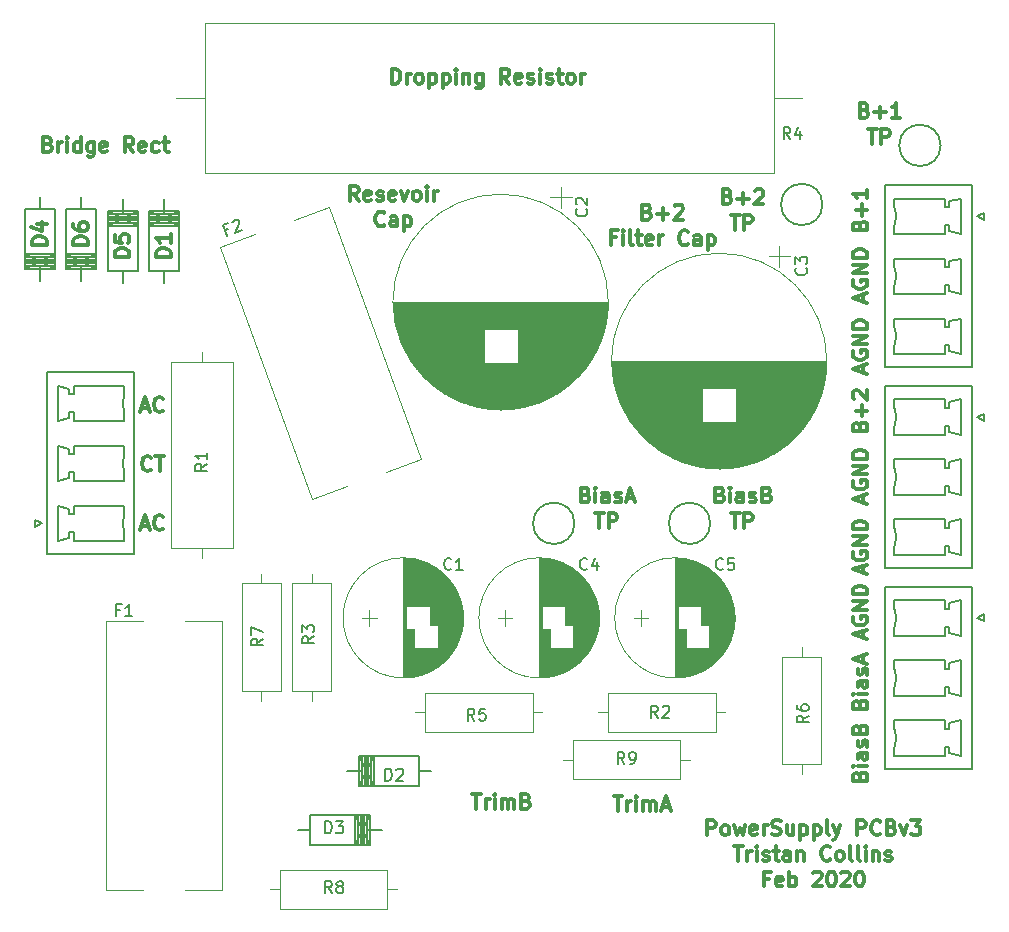
<source format=gbr>
%TF.GenerationSoftware,KiCad,Pcbnew,(5.1.5-0-10_14)*%
%TF.CreationDate,2020-09-13T21:19:20+01:00*%
%TF.ProjectId,PowerSupply,506f7765-7253-4757-9070-6c792e6b6963,rev?*%
%TF.SameCoordinates,Original*%
%TF.FileFunction,Legend,Top*%
%TF.FilePolarity,Positive*%
%FSLAX46Y46*%
G04 Gerber Fmt 4.6, Leading zero omitted, Abs format (unit mm)*
G04 Created by KiCad (PCBNEW (5.1.5-0-10_14)) date 2020-09-13 21:19:20*
%MOMM*%
%LPD*%
G04 APERTURE LIST*
%ADD10C,0.300000*%
%ADD11C,0.120000*%
%ADD12C,0.150000*%
G04 APERTURE END LIST*
D10*
X58565476Y-55422619D02*
X57315476Y-55422619D01*
X57315476Y-55125000D01*
X57375000Y-54946428D01*
X57494047Y-54827380D01*
X57613095Y-54767857D01*
X57851190Y-54708333D01*
X58029761Y-54708333D01*
X58267857Y-54767857D01*
X58386904Y-54827380D01*
X58505952Y-54946428D01*
X58565476Y-55125000D01*
X58565476Y-55422619D01*
X57315476Y-53636904D02*
X57315476Y-53875000D01*
X57375000Y-53994047D01*
X57434523Y-54053571D01*
X57613095Y-54172619D01*
X57851190Y-54232142D01*
X58327380Y-54232142D01*
X58446428Y-54172619D01*
X58505952Y-54113095D01*
X58565476Y-53994047D01*
X58565476Y-53755952D01*
X58505952Y-53636904D01*
X58446428Y-53577380D01*
X58327380Y-53517857D01*
X58029761Y-53517857D01*
X57910714Y-53577380D01*
X57851190Y-53636904D01*
X57791666Y-53755952D01*
X57791666Y-53994047D01*
X57851190Y-54113095D01*
X57910714Y-54172619D01*
X58029761Y-54232142D01*
X62065476Y-56422619D02*
X60815476Y-56422619D01*
X60815476Y-56125000D01*
X60875000Y-55946428D01*
X60994047Y-55827380D01*
X61113095Y-55767857D01*
X61351190Y-55708333D01*
X61529761Y-55708333D01*
X61767857Y-55767857D01*
X61886904Y-55827380D01*
X62005952Y-55946428D01*
X62065476Y-56125000D01*
X62065476Y-56422619D01*
X60815476Y-54577380D02*
X60815476Y-55172619D01*
X61410714Y-55232142D01*
X61351190Y-55172619D01*
X61291666Y-55053571D01*
X61291666Y-54755952D01*
X61351190Y-54636904D01*
X61410714Y-54577380D01*
X61529761Y-54517857D01*
X61827380Y-54517857D01*
X61946428Y-54577380D01*
X62005952Y-54636904D01*
X62065476Y-54755952D01*
X62065476Y-55053571D01*
X62005952Y-55172619D01*
X61946428Y-55232142D01*
X65565476Y-56422619D02*
X64315476Y-56422619D01*
X64315476Y-56125000D01*
X64375000Y-55946428D01*
X64494047Y-55827380D01*
X64613095Y-55767857D01*
X64851190Y-55708333D01*
X65029761Y-55708333D01*
X65267857Y-55767857D01*
X65386904Y-55827380D01*
X65505952Y-55946428D01*
X65565476Y-56125000D01*
X65565476Y-56422619D01*
X65565476Y-54517857D02*
X65565476Y-55232142D01*
X65565476Y-54875000D02*
X64315476Y-54875000D01*
X64494047Y-54994047D01*
X64613095Y-55113095D01*
X64672619Y-55232142D01*
X55065476Y-55422619D02*
X53815476Y-55422619D01*
X53815476Y-55125000D01*
X53875000Y-54946428D01*
X53994047Y-54827380D01*
X54113095Y-54767857D01*
X54351190Y-54708333D01*
X54529761Y-54708333D01*
X54767857Y-54767857D01*
X54886904Y-54827380D01*
X55005952Y-54946428D01*
X55065476Y-55125000D01*
X55065476Y-55422619D01*
X54232142Y-53636904D02*
X55065476Y-53636904D01*
X53755952Y-53934523D02*
X54648809Y-54232142D01*
X54648809Y-53458333D01*
X111011904Y-105390476D02*
X111011904Y-104140476D01*
X111488095Y-104140476D01*
X111607142Y-104200000D01*
X111666666Y-104259523D01*
X111726190Y-104378571D01*
X111726190Y-104557142D01*
X111666666Y-104676190D01*
X111607142Y-104735714D01*
X111488095Y-104795238D01*
X111011904Y-104795238D01*
X112440476Y-105390476D02*
X112321428Y-105330952D01*
X112261904Y-105271428D01*
X112202380Y-105152380D01*
X112202380Y-104795238D01*
X112261904Y-104676190D01*
X112321428Y-104616666D01*
X112440476Y-104557142D01*
X112619047Y-104557142D01*
X112738095Y-104616666D01*
X112797619Y-104676190D01*
X112857142Y-104795238D01*
X112857142Y-105152380D01*
X112797619Y-105271428D01*
X112738095Y-105330952D01*
X112619047Y-105390476D01*
X112440476Y-105390476D01*
X113273809Y-104557142D02*
X113511904Y-105390476D01*
X113750000Y-104795238D01*
X113988095Y-105390476D01*
X114226190Y-104557142D01*
X115178571Y-105330952D02*
X115059523Y-105390476D01*
X114821428Y-105390476D01*
X114702380Y-105330952D01*
X114642857Y-105211904D01*
X114642857Y-104735714D01*
X114702380Y-104616666D01*
X114821428Y-104557142D01*
X115059523Y-104557142D01*
X115178571Y-104616666D01*
X115238095Y-104735714D01*
X115238095Y-104854761D01*
X114642857Y-104973809D01*
X115773809Y-105390476D02*
X115773809Y-104557142D01*
X115773809Y-104795238D02*
X115833333Y-104676190D01*
X115892857Y-104616666D01*
X116011904Y-104557142D01*
X116130952Y-104557142D01*
X116488095Y-105330952D02*
X116666666Y-105390476D01*
X116964285Y-105390476D01*
X117083333Y-105330952D01*
X117142857Y-105271428D01*
X117202380Y-105152380D01*
X117202380Y-105033333D01*
X117142857Y-104914285D01*
X117083333Y-104854761D01*
X116964285Y-104795238D01*
X116726190Y-104735714D01*
X116607142Y-104676190D01*
X116547619Y-104616666D01*
X116488095Y-104497619D01*
X116488095Y-104378571D01*
X116547619Y-104259523D01*
X116607142Y-104200000D01*
X116726190Y-104140476D01*
X117023809Y-104140476D01*
X117202380Y-104200000D01*
X118273809Y-104557142D02*
X118273809Y-105390476D01*
X117738095Y-104557142D02*
X117738095Y-105211904D01*
X117797619Y-105330952D01*
X117916666Y-105390476D01*
X118095238Y-105390476D01*
X118214285Y-105330952D01*
X118273809Y-105271428D01*
X118869047Y-104557142D02*
X118869047Y-105807142D01*
X118869047Y-104616666D02*
X118988095Y-104557142D01*
X119226190Y-104557142D01*
X119345238Y-104616666D01*
X119404761Y-104676190D01*
X119464285Y-104795238D01*
X119464285Y-105152380D01*
X119404761Y-105271428D01*
X119345238Y-105330952D01*
X119226190Y-105390476D01*
X118988095Y-105390476D01*
X118869047Y-105330952D01*
X120000000Y-104557142D02*
X120000000Y-105807142D01*
X120000000Y-104616666D02*
X120119047Y-104557142D01*
X120357142Y-104557142D01*
X120476190Y-104616666D01*
X120535714Y-104676190D01*
X120595238Y-104795238D01*
X120595238Y-105152380D01*
X120535714Y-105271428D01*
X120476190Y-105330952D01*
X120357142Y-105390476D01*
X120119047Y-105390476D01*
X120000000Y-105330952D01*
X121309523Y-105390476D02*
X121190476Y-105330952D01*
X121130952Y-105211904D01*
X121130952Y-104140476D01*
X121666666Y-104557142D02*
X121964285Y-105390476D01*
X122261904Y-104557142D02*
X121964285Y-105390476D01*
X121845238Y-105688095D01*
X121785714Y-105747619D01*
X121666666Y-105807142D01*
X123690476Y-105390476D02*
X123690476Y-104140476D01*
X124166666Y-104140476D01*
X124285714Y-104200000D01*
X124345238Y-104259523D01*
X124404761Y-104378571D01*
X124404761Y-104557142D01*
X124345238Y-104676190D01*
X124285714Y-104735714D01*
X124166666Y-104795238D01*
X123690476Y-104795238D01*
X125654761Y-105271428D02*
X125595238Y-105330952D01*
X125416666Y-105390476D01*
X125297619Y-105390476D01*
X125119047Y-105330952D01*
X125000000Y-105211904D01*
X124940476Y-105092857D01*
X124880952Y-104854761D01*
X124880952Y-104676190D01*
X124940476Y-104438095D01*
X125000000Y-104319047D01*
X125119047Y-104200000D01*
X125297619Y-104140476D01*
X125416666Y-104140476D01*
X125595238Y-104200000D01*
X125654761Y-104259523D01*
X126607142Y-104735714D02*
X126785714Y-104795238D01*
X126845238Y-104854761D01*
X126904761Y-104973809D01*
X126904761Y-105152380D01*
X126845238Y-105271428D01*
X126785714Y-105330952D01*
X126666666Y-105390476D01*
X126190476Y-105390476D01*
X126190476Y-104140476D01*
X126607142Y-104140476D01*
X126726190Y-104200000D01*
X126785714Y-104259523D01*
X126845238Y-104378571D01*
X126845238Y-104497619D01*
X126785714Y-104616666D01*
X126726190Y-104676190D01*
X126607142Y-104735714D01*
X126190476Y-104735714D01*
X127321428Y-104557142D02*
X127619047Y-105390476D01*
X127916666Y-104557142D01*
X128273809Y-104140476D02*
X129047619Y-104140476D01*
X128630952Y-104616666D01*
X128809523Y-104616666D01*
X128928571Y-104676190D01*
X128988095Y-104735714D01*
X129047619Y-104854761D01*
X129047619Y-105152380D01*
X128988095Y-105271428D01*
X128928571Y-105330952D01*
X128809523Y-105390476D01*
X128452380Y-105390476D01*
X128333333Y-105330952D01*
X128273809Y-105271428D01*
X113273809Y-106315476D02*
X113988095Y-106315476D01*
X113630952Y-107565476D02*
X113630952Y-106315476D01*
X114404761Y-107565476D02*
X114404761Y-106732142D01*
X114404761Y-106970238D02*
X114464285Y-106851190D01*
X114523809Y-106791666D01*
X114642857Y-106732142D01*
X114761904Y-106732142D01*
X115178571Y-107565476D02*
X115178571Y-106732142D01*
X115178571Y-106315476D02*
X115119047Y-106375000D01*
X115178571Y-106434523D01*
X115238095Y-106375000D01*
X115178571Y-106315476D01*
X115178571Y-106434523D01*
X115714285Y-107505952D02*
X115833333Y-107565476D01*
X116071428Y-107565476D01*
X116190476Y-107505952D01*
X116250000Y-107386904D01*
X116250000Y-107327380D01*
X116190476Y-107208333D01*
X116071428Y-107148809D01*
X115892857Y-107148809D01*
X115773809Y-107089285D01*
X115714285Y-106970238D01*
X115714285Y-106910714D01*
X115773809Y-106791666D01*
X115892857Y-106732142D01*
X116071428Y-106732142D01*
X116190476Y-106791666D01*
X116607142Y-106732142D02*
X117083333Y-106732142D01*
X116785714Y-106315476D02*
X116785714Y-107386904D01*
X116845238Y-107505952D01*
X116964285Y-107565476D01*
X117083333Y-107565476D01*
X118035714Y-107565476D02*
X118035714Y-106910714D01*
X117976190Y-106791666D01*
X117857142Y-106732142D01*
X117619047Y-106732142D01*
X117500000Y-106791666D01*
X118035714Y-107505952D02*
X117916666Y-107565476D01*
X117619047Y-107565476D01*
X117500000Y-107505952D01*
X117440476Y-107386904D01*
X117440476Y-107267857D01*
X117500000Y-107148809D01*
X117619047Y-107089285D01*
X117916666Y-107089285D01*
X118035714Y-107029761D01*
X118630952Y-106732142D02*
X118630952Y-107565476D01*
X118630952Y-106851190D02*
X118690476Y-106791666D01*
X118809523Y-106732142D01*
X118988095Y-106732142D01*
X119107142Y-106791666D01*
X119166666Y-106910714D01*
X119166666Y-107565476D01*
X121428571Y-107446428D02*
X121369047Y-107505952D01*
X121190476Y-107565476D01*
X121071428Y-107565476D01*
X120892857Y-107505952D01*
X120773809Y-107386904D01*
X120714285Y-107267857D01*
X120654761Y-107029761D01*
X120654761Y-106851190D01*
X120714285Y-106613095D01*
X120773809Y-106494047D01*
X120892857Y-106375000D01*
X121071428Y-106315476D01*
X121190476Y-106315476D01*
X121369047Y-106375000D01*
X121428571Y-106434523D01*
X122142857Y-107565476D02*
X122023809Y-107505952D01*
X121964285Y-107446428D01*
X121904761Y-107327380D01*
X121904761Y-106970238D01*
X121964285Y-106851190D01*
X122023809Y-106791666D01*
X122142857Y-106732142D01*
X122321428Y-106732142D01*
X122440476Y-106791666D01*
X122500000Y-106851190D01*
X122559523Y-106970238D01*
X122559523Y-107327380D01*
X122500000Y-107446428D01*
X122440476Y-107505952D01*
X122321428Y-107565476D01*
X122142857Y-107565476D01*
X123273809Y-107565476D02*
X123154761Y-107505952D01*
X123095238Y-107386904D01*
X123095238Y-106315476D01*
X123928571Y-107565476D02*
X123809523Y-107505952D01*
X123750000Y-107386904D01*
X123750000Y-106315476D01*
X124404761Y-107565476D02*
X124404761Y-106732142D01*
X124404761Y-106315476D02*
X124345238Y-106375000D01*
X124404761Y-106434523D01*
X124464285Y-106375000D01*
X124404761Y-106315476D01*
X124404761Y-106434523D01*
X125000000Y-106732142D02*
X125000000Y-107565476D01*
X125000000Y-106851190D02*
X125059523Y-106791666D01*
X125178571Y-106732142D01*
X125357142Y-106732142D01*
X125476190Y-106791666D01*
X125535714Y-106910714D01*
X125535714Y-107565476D01*
X126071428Y-107505952D02*
X126190476Y-107565476D01*
X126428571Y-107565476D01*
X126547619Y-107505952D01*
X126607142Y-107386904D01*
X126607142Y-107327380D01*
X126547619Y-107208333D01*
X126428571Y-107148809D01*
X126250000Y-107148809D01*
X126130952Y-107089285D01*
X126071428Y-106970238D01*
X126071428Y-106910714D01*
X126130952Y-106791666D01*
X126250000Y-106732142D01*
X126428571Y-106732142D01*
X126547619Y-106791666D01*
X116220238Y-109085714D02*
X115803571Y-109085714D01*
X115803571Y-109740476D02*
X115803571Y-108490476D01*
X116398809Y-108490476D01*
X117351190Y-109680952D02*
X117232142Y-109740476D01*
X116994047Y-109740476D01*
X116875000Y-109680952D01*
X116815476Y-109561904D01*
X116815476Y-109085714D01*
X116875000Y-108966666D01*
X116994047Y-108907142D01*
X117232142Y-108907142D01*
X117351190Y-108966666D01*
X117410714Y-109085714D01*
X117410714Y-109204761D01*
X116815476Y-109323809D01*
X117946428Y-109740476D02*
X117946428Y-108490476D01*
X117946428Y-108966666D02*
X118065476Y-108907142D01*
X118303571Y-108907142D01*
X118422619Y-108966666D01*
X118482142Y-109026190D01*
X118541666Y-109145238D01*
X118541666Y-109502380D01*
X118482142Y-109621428D01*
X118422619Y-109680952D01*
X118303571Y-109740476D01*
X118065476Y-109740476D01*
X117946428Y-109680952D01*
X119970238Y-108609523D02*
X120029761Y-108550000D01*
X120148809Y-108490476D01*
X120446428Y-108490476D01*
X120565476Y-108550000D01*
X120625000Y-108609523D01*
X120684523Y-108728571D01*
X120684523Y-108847619D01*
X120625000Y-109026190D01*
X119910714Y-109740476D01*
X120684523Y-109740476D01*
X121458333Y-108490476D02*
X121577380Y-108490476D01*
X121696428Y-108550000D01*
X121755952Y-108609523D01*
X121815476Y-108728571D01*
X121875000Y-108966666D01*
X121875000Y-109264285D01*
X121815476Y-109502380D01*
X121755952Y-109621428D01*
X121696428Y-109680952D01*
X121577380Y-109740476D01*
X121458333Y-109740476D01*
X121339285Y-109680952D01*
X121279761Y-109621428D01*
X121220238Y-109502380D01*
X121160714Y-109264285D01*
X121160714Y-108966666D01*
X121220238Y-108728571D01*
X121279761Y-108609523D01*
X121339285Y-108550000D01*
X121458333Y-108490476D01*
X122351190Y-108609523D02*
X122410714Y-108550000D01*
X122529761Y-108490476D01*
X122827380Y-108490476D01*
X122946428Y-108550000D01*
X123005952Y-108609523D01*
X123065476Y-108728571D01*
X123065476Y-108847619D01*
X123005952Y-109026190D01*
X122291666Y-109740476D01*
X123065476Y-109740476D01*
X123839285Y-108490476D02*
X123958333Y-108490476D01*
X124077380Y-108550000D01*
X124136904Y-108609523D01*
X124196428Y-108728571D01*
X124255952Y-108966666D01*
X124255952Y-109264285D01*
X124196428Y-109502380D01*
X124136904Y-109621428D01*
X124077380Y-109680952D01*
X123958333Y-109740476D01*
X123839285Y-109740476D01*
X123720238Y-109680952D01*
X123660714Y-109621428D01*
X123601190Y-109502380D01*
X123541666Y-109264285D01*
X123541666Y-108966666D01*
X123601190Y-108728571D01*
X123660714Y-108609523D01*
X123720238Y-108550000D01*
X123839285Y-108490476D01*
X112095238Y-76573214D02*
X112273809Y-76632738D01*
X112333333Y-76692261D01*
X112392857Y-76811309D01*
X112392857Y-76989880D01*
X112333333Y-77108928D01*
X112273809Y-77168452D01*
X112154761Y-77227976D01*
X111678571Y-77227976D01*
X111678571Y-75977976D01*
X112095238Y-75977976D01*
X112214285Y-76037500D01*
X112273809Y-76097023D01*
X112333333Y-76216071D01*
X112333333Y-76335119D01*
X112273809Y-76454166D01*
X112214285Y-76513690D01*
X112095238Y-76573214D01*
X111678571Y-76573214D01*
X112928571Y-77227976D02*
X112928571Y-76394642D01*
X112928571Y-75977976D02*
X112869047Y-76037500D01*
X112928571Y-76097023D01*
X112988095Y-76037500D01*
X112928571Y-75977976D01*
X112928571Y-76097023D01*
X114059523Y-77227976D02*
X114059523Y-76573214D01*
X114000000Y-76454166D01*
X113880952Y-76394642D01*
X113642857Y-76394642D01*
X113523809Y-76454166D01*
X114059523Y-77168452D02*
X113940476Y-77227976D01*
X113642857Y-77227976D01*
X113523809Y-77168452D01*
X113464285Y-77049404D01*
X113464285Y-76930357D01*
X113523809Y-76811309D01*
X113642857Y-76751785D01*
X113940476Y-76751785D01*
X114059523Y-76692261D01*
X114595238Y-77168452D02*
X114714285Y-77227976D01*
X114952380Y-77227976D01*
X115071428Y-77168452D01*
X115130952Y-77049404D01*
X115130952Y-76989880D01*
X115071428Y-76870833D01*
X114952380Y-76811309D01*
X114773809Y-76811309D01*
X114654761Y-76751785D01*
X114595238Y-76632738D01*
X114595238Y-76573214D01*
X114654761Y-76454166D01*
X114773809Y-76394642D01*
X114952380Y-76394642D01*
X115071428Y-76454166D01*
X116083333Y-76573214D02*
X116261904Y-76632738D01*
X116321428Y-76692261D01*
X116380952Y-76811309D01*
X116380952Y-76989880D01*
X116321428Y-77108928D01*
X116261904Y-77168452D01*
X116142857Y-77227976D01*
X115666666Y-77227976D01*
X115666666Y-75977976D01*
X116083333Y-75977976D01*
X116202380Y-76037500D01*
X116261904Y-76097023D01*
X116321428Y-76216071D01*
X116321428Y-76335119D01*
X116261904Y-76454166D01*
X116202380Y-76513690D01*
X116083333Y-76573214D01*
X115666666Y-76573214D01*
X113017857Y-78152976D02*
X113732142Y-78152976D01*
X113375000Y-79402976D02*
X113375000Y-78152976D01*
X114148809Y-79402976D02*
X114148809Y-78152976D01*
X114625000Y-78152976D01*
X114744047Y-78212500D01*
X114803571Y-78272023D01*
X114863095Y-78391071D01*
X114863095Y-78569642D01*
X114803571Y-78688690D01*
X114744047Y-78748214D01*
X114625000Y-78807738D01*
X114148809Y-78807738D01*
X100684523Y-76573214D02*
X100863095Y-76632738D01*
X100922619Y-76692261D01*
X100982142Y-76811309D01*
X100982142Y-76989880D01*
X100922619Y-77108928D01*
X100863095Y-77168452D01*
X100744047Y-77227976D01*
X100267857Y-77227976D01*
X100267857Y-75977976D01*
X100684523Y-75977976D01*
X100803571Y-76037500D01*
X100863095Y-76097023D01*
X100922619Y-76216071D01*
X100922619Y-76335119D01*
X100863095Y-76454166D01*
X100803571Y-76513690D01*
X100684523Y-76573214D01*
X100267857Y-76573214D01*
X101517857Y-77227976D02*
X101517857Y-76394642D01*
X101517857Y-75977976D02*
X101458333Y-76037500D01*
X101517857Y-76097023D01*
X101577380Y-76037500D01*
X101517857Y-75977976D01*
X101517857Y-76097023D01*
X102648809Y-77227976D02*
X102648809Y-76573214D01*
X102589285Y-76454166D01*
X102470238Y-76394642D01*
X102232142Y-76394642D01*
X102113095Y-76454166D01*
X102648809Y-77168452D02*
X102529761Y-77227976D01*
X102232142Y-77227976D01*
X102113095Y-77168452D01*
X102053571Y-77049404D01*
X102053571Y-76930357D01*
X102113095Y-76811309D01*
X102232142Y-76751785D01*
X102529761Y-76751785D01*
X102648809Y-76692261D01*
X103184523Y-77168452D02*
X103303571Y-77227976D01*
X103541666Y-77227976D01*
X103660714Y-77168452D01*
X103720238Y-77049404D01*
X103720238Y-76989880D01*
X103660714Y-76870833D01*
X103541666Y-76811309D01*
X103363095Y-76811309D01*
X103244047Y-76751785D01*
X103184523Y-76632738D01*
X103184523Y-76573214D01*
X103244047Y-76454166D01*
X103363095Y-76394642D01*
X103541666Y-76394642D01*
X103660714Y-76454166D01*
X104196428Y-76870833D02*
X104791666Y-76870833D01*
X104077380Y-77227976D02*
X104494047Y-75977976D01*
X104910714Y-77227976D01*
X101517857Y-78152976D02*
X102232142Y-78152976D01*
X101875000Y-79402976D02*
X101875000Y-78152976D01*
X102648809Y-79402976D02*
X102648809Y-78152976D01*
X103125000Y-78152976D01*
X103244047Y-78212500D01*
X103303571Y-78272023D01*
X103363095Y-78391071D01*
X103363095Y-78569642D01*
X103303571Y-78688690D01*
X103244047Y-78748214D01*
X103125000Y-78807738D01*
X102648809Y-78807738D01*
X112720238Y-51323214D02*
X112898809Y-51382738D01*
X112958333Y-51442261D01*
X113017857Y-51561309D01*
X113017857Y-51739880D01*
X112958333Y-51858928D01*
X112898809Y-51918452D01*
X112779761Y-51977976D01*
X112303571Y-51977976D01*
X112303571Y-50727976D01*
X112720238Y-50727976D01*
X112839285Y-50787500D01*
X112898809Y-50847023D01*
X112958333Y-50966071D01*
X112958333Y-51085119D01*
X112898809Y-51204166D01*
X112839285Y-51263690D01*
X112720238Y-51323214D01*
X112303571Y-51323214D01*
X113553571Y-51501785D02*
X114505952Y-51501785D01*
X114029761Y-51977976D02*
X114029761Y-51025595D01*
X115041666Y-50847023D02*
X115101190Y-50787500D01*
X115220238Y-50727976D01*
X115517857Y-50727976D01*
X115636904Y-50787500D01*
X115696428Y-50847023D01*
X115755952Y-50966071D01*
X115755952Y-51085119D01*
X115696428Y-51263690D01*
X114982142Y-51977976D01*
X115755952Y-51977976D01*
X113017857Y-52902976D02*
X113732142Y-52902976D01*
X113375000Y-54152976D02*
X113375000Y-52902976D01*
X114148809Y-54152976D02*
X114148809Y-52902976D01*
X114625000Y-52902976D01*
X114744047Y-52962500D01*
X114803571Y-53022023D01*
X114863095Y-53141071D01*
X114863095Y-53319642D01*
X114803571Y-53438690D01*
X114744047Y-53498214D01*
X114625000Y-53557738D01*
X114148809Y-53557738D01*
X124320238Y-44023214D02*
X124498809Y-44082738D01*
X124558333Y-44142261D01*
X124617857Y-44261309D01*
X124617857Y-44439880D01*
X124558333Y-44558928D01*
X124498809Y-44618452D01*
X124379761Y-44677976D01*
X123903571Y-44677976D01*
X123903571Y-43427976D01*
X124320238Y-43427976D01*
X124439285Y-43487500D01*
X124498809Y-43547023D01*
X124558333Y-43666071D01*
X124558333Y-43785119D01*
X124498809Y-43904166D01*
X124439285Y-43963690D01*
X124320238Y-44023214D01*
X123903571Y-44023214D01*
X125153571Y-44201785D02*
X126105952Y-44201785D01*
X125629761Y-44677976D02*
X125629761Y-43725595D01*
X127355952Y-44677976D02*
X126641666Y-44677976D01*
X126998809Y-44677976D02*
X126998809Y-43427976D01*
X126879761Y-43606547D01*
X126760714Y-43725595D01*
X126641666Y-43785119D01*
X124617857Y-45602976D02*
X125332142Y-45602976D01*
X124975000Y-46852976D02*
X124975000Y-45602976D01*
X125748809Y-46852976D02*
X125748809Y-45602976D01*
X126225000Y-45602976D01*
X126344047Y-45662500D01*
X126403571Y-45722023D01*
X126463095Y-45841071D01*
X126463095Y-46019642D01*
X126403571Y-46138690D01*
X126344047Y-46198214D01*
X126225000Y-46257738D01*
X125748809Y-46257738D01*
X103089285Y-102115476D02*
X103803571Y-102115476D01*
X103446428Y-103365476D02*
X103446428Y-102115476D01*
X104220238Y-103365476D02*
X104220238Y-102532142D01*
X104220238Y-102770238D02*
X104279761Y-102651190D01*
X104339285Y-102591666D01*
X104458333Y-102532142D01*
X104577380Y-102532142D01*
X104994047Y-103365476D02*
X104994047Y-102532142D01*
X104994047Y-102115476D02*
X104934523Y-102175000D01*
X104994047Y-102234523D01*
X105053571Y-102175000D01*
X104994047Y-102115476D01*
X104994047Y-102234523D01*
X105589285Y-103365476D02*
X105589285Y-102532142D01*
X105589285Y-102651190D02*
X105648809Y-102591666D01*
X105767857Y-102532142D01*
X105946428Y-102532142D01*
X106065476Y-102591666D01*
X106125000Y-102710714D01*
X106125000Y-103365476D01*
X106125000Y-102710714D02*
X106184523Y-102591666D01*
X106303571Y-102532142D01*
X106482142Y-102532142D01*
X106601190Y-102591666D01*
X106660714Y-102710714D01*
X106660714Y-103365476D01*
X107196428Y-103008333D02*
X107791666Y-103008333D01*
X107077380Y-103365476D02*
X107494047Y-102115476D01*
X107910714Y-103365476D01*
X91100000Y-101915476D02*
X91814285Y-101915476D01*
X91457142Y-103165476D02*
X91457142Y-101915476D01*
X92230952Y-103165476D02*
X92230952Y-102332142D01*
X92230952Y-102570238D02*
X92290476Y-102451190D01*
X92350000Y-102391666D01*
X92469047Y-102332142D01*
X92588095Y-102332142D01*
X93004761Y-103165476D02*
X93004761Y-102332142D01*
X93004761Y-101915476D02*
X92945238Y-101975000D01*
X93004761Y-102034523D01*
X93064285Y-101975000D01*
X93004761Y-101915476D01*
X93004761Y-102034523D01*
X93600000Y-103165476D02*
X93600000Y-102332142D01*
X93600000Y-102451190D02*
X93659523Y-102391666D01*
X93778571Y-102332142D01*
X93957142Y-102332142D01*
X94076190Y-102391666D01*
X94135714Y-102510714D01*
X94135714Y-103165476D01*
X94135714Y-102510714D02*
X94195238Y-102391666D01*
X94314285Y-102332142D01*
X94492857Y-102332142D01*
X94611904Y-102391666D01*
X94671428Y-102510714D01*
X94671428Y-103165476D01*
X95683333Y-102510714D02*
X95861904Y-102570238D01*
X95921428Y-102629761D01*
X95980952Y-102748809D01*
X95980952Y-102927380D01*
X95921428Y-103046428D01*
X95861904Y-103105952D01*
X95742857Y-103165476D01*
X95266666Y-103165476D01*
X95266666Y-101915476D01*
X95683333Y-101915476D01*
X95802380Y-101975000D01*
X95861904Y-102034523D01*
X95921428Y-102153571D01*
X95921428Y-102272619D01*
X95861904Y-102391666D01*
X95802380Y-102451190D01*
X95683333Y-102510714D01*
X95266666Y-102510714D01*
X55208333Y-46910714D02*
X55386904Y-46970238D01*
X55446428Y-47029761D01*
X55505952Y-47148809D01*
X55505952Y-47327380D01*
X55446428Y-47446428D01*
X55386904Y-47505952D01*
X55267857Y-47565476D01*
X54791666Y-47565476D01*
X54791666Y-46315476D01*
X55208333Y-46315476D01*
X55327380Y-46375000D01*
X55386904Y-46434523D01*
X55446428Y-46553571D01*
X55446428Y-46672619D01*
X55386904Y-46791666D01*
X55327380Y-46851190D01*
X55208333Y-46910714D01*
X54791666Y-46910714D01*
X56041666Y-47565476D02*
X56041666Y-46732142D01*
X56041666Y-46970238D02*
X56101190Y-46851190D01*
X56160714Y-46791666D01*
X56279761Y-46732142D01*
X56398809Y-46732142D01*
X56815476Y-47565476D02*
X56815476Y-46732142D01*
X56815476Y-46315476D02*
X56755952Y-46375000D01*
X56815476Y-46434523D01*
X56875000Y-46375000D01*
X56815476Y-46315476D01*
X56815476Y-46434523D01*
X57946428Y-47565476D02*
X57946428Y-46315476D01*
X57946428Y-47505952D02*
X57827380Y-47565476D01*
X57589285Y-47565476D01*
X57470238Y-47505952D01*
X57410714Y-47446428D01*
X57351190Y-47327380D01*
X57351190Y-46970238D01*
X57410714Y-46851190D01*
X57470238Y-46791666D01*
X57589285Y-46732142D01*
X57827380Y-46732142D01*
X57946428Y-46791666D01*
X59077380Y-46732142D02*
X59077380Y-47744047D01*
X59017857Y-47863095D01*
X58958333Y-47922619D01*
X58839285Y-47982142D01*
X58660714Y-47982142D01*
X58541666Y-47922619D01*
X59077380Y-47505952D02*
X58958333Y-47565476D01*
X58720238Y-47565476D01*
X58601190Y-47505952D01*
X58541666Y-47446428D01*
X58482142Y-47327380D01*
X58482142Y-46970238D01*
X58541666Y-46851190D01*
X58601190Y-46791666D01*
X58720238Y-46732142D01*
X58958333Y-46732142D01*
X59077380Y-46791666D01*
X60148809Y-47505952D02*
X60029761Y-47565476D01*
X59791666Y-47565476D01*
X59672619Y-47505952D01*
X59613095Y-47386904D01*
X59613095Y-46910714D01*
X59672619Y-46791666D01*
X59791666Y-46732142D01*
X60029761Y-46732142D01*
X60148809Y-46791666D01*
X60208333Y-46910714D01*
X60208333Y-47029761D01*
X59613095Y-47148809D01*
X62410714Y-47565476D02*
X61994047Y-46970238D01*
X61696428Y-47565476D02*
X61696428Y-46315476D01*
X62172619Y-46315476D01*
X62291666Y-46375000D01*
X62351190Y-46434523D01*
X62410714Y-46553571D01*
X62410714Y-46732142D01*
X62351190Y-46851190D01*
X62291666Y-46910714D01*
X62172619Y-46970238D01*
X61696428Y-46970238D01*
X63422619Y-47505952D02*
X63303571Y-47565476D01*
X63065476Y-47565476D01*
X62946428Y-47505952D01*
X62886904Y-47386904D01*
X62886904Y-46910714D01*
X62946428Y-46791666D01*
X63065476Y-46732142D01*
X63303571Y-46732142D01*
X63422619Y-46791666D01*
X63482142Y-46910714D01*
X63482142Y-47029761D01*
X62886904Y-47148809D01*
X64553571Y-47505952D02*
X64434523Y-47565476D01*
X64196428Y-47565476D01*
X64077380Y-47505952D01*
X64017857Y-47446428D01*
X63958333Y-47327380D01*
X63958333Y-46970238D01*
X64017857Y-46851190D01*
X64077380Y-46791666D01*
X64196428Y-46732142D01*
X64434523Y-46732142D01*
X64553571Y-46791666D01*
X64910714Y-46732142D02*
X65386904Y-46732142D01*
X65089285Y-46315476D02*
X65089285Y-47386904D01*
X65148809Y-47505952D01*
X65267857Y-47565476D01*
X65386904Y-47565476D01*
X123910714Y-94315476D02*
X123970238Y-94136904D01*
X124029761Y-94077380D01*
X124148809Y-94017857D01*
X124327380Y-94017857D01*
X124446428Y-94077380D01*
X124505952Y-94136904D01*
X124565476Y-94255952D01*
X124565476Y-94732142D01*
X123315476Y-94732142D01*
X123315476Y-94315476D01*
X123375000Y-94196428D01*
X123434523Y-94136904D01*
X123553571Y-94077380D01*
X123672619Y-94077380D01*
X123791666Y-94136904D01*
X123851190Y-94196428D01*
X123910714Y-94315476D01*
X123910714Y-94732142D01*
X124565476Y-93482142D02*
X123732142Y-93482142D01*
X123315476Y-93482142D02*
X123375000Y-93541666D01*
X123434523Y-93482142D01*
X123375000Y-93422619D01*
X123315476Y-93482142D01*
X123434523Y-93482142D01*
X124565476Y-92351190D02*
X123910714Y-92351190D01*
X123791666Y-92410714D01*
X123732142Y-92529761D01*
X123732142Y-92767857D01*
X123791666Y-92886904D01*
X124505952Y-92351190D02*
X124565476Y-92470238D01*
X124565476Y-92767857D01*
X124505952Y-92886904D01*
X124386904Y-92946428D01*
X124267857Y-92946428D01*
X124148809Y-92886904D01*
X124089285Y-92767857D01*
X124089285Y-92470238D01*
X124029761Y-92351190D01*
X124505952Y-91815476D02*
X124565476Y-91696428D01*
X124565476Y-91458333D01*
X124505952Y-91339285D01*
X124386904Y-91279761D01*
X124327380Y-91279761D01*
X124208333Y-91339285D01*
X124148809Y-91458333D01*
X124148809Y-91636904D01*
X124089285Y-91755952D01*
X123970238Y-91815476D01*
X123910714Y-91815476D01*
X123791666Y-91755952D01*
X123732142Y-91636904D01*
X123732142Y-91458333D01*
X123791666Y-91339285D01*
X124208333Y-90803571D02*
X124208333Y-90208333D01*
X124565476Y-90922619D02*
X123315476Y-90505952D01*
X124565476Y-90089285D01*
X123910714Y-100404761D02*
X123970238Y-100226190D01*
X124029761Y-100166666D01*
X124148809Y-100107142D01*
X124327380Y-100107142D01*
X124446428Y-100166666D01*
X124505952Y-100226190D01*
X124565476Y-100345238D01*
X124565476Y-100821428D01*
X123315476Y-100821428D01*
X123315476Y-100404761D01*
X123375000Y-100285714D01*
X123434523Y-100226190D01*
X123553571Y-100166666D01*
X123672619Y-100166666D01*
X123791666Y-100226190D01*
X123851190Y-100285714D01*
X123910714Y-100404761D01*
X123910714Y-100821428D01*
X124565476Y-99571428D02*
X123732142Y-99571428D01*
X123315476Y-99571428D02*
X123375000Y-99630952D01*
X123434523Y-99571428D01*
X123375000Y-99511904D01*
X123315476Y-99571428D01*
X123434523Y-99571428D01*
X124565476Y-98440476D02*
X123910714Y-98440476D01*
X123791666Y-98500000D01*
X123732142Y-98619047D01*
X123732142Y-98857142D01*
X123791666Y-98976190D01*
X124505952Y-98440476D02*
X124565476Y-98559523D01*
X124565476Y-98857142D01*
X124505952Y-98976190D01*
X124386904Y-99035714D01*
X124267857Y-99035714D01*
X124148809Y-98976190D01*
X124089285Y-98857142D01*
X124089285Y-98559523D01*
X124029761Y-98440476D01*
X124505952Y-97904761D02*
X124565476Y-97785714D01*
X124565476Y-97547619D01*
X124505952Y-97428571D01*
X124386904Y-97369047D01*
X124327380Y-97369047D01*
X124208333Y-97428571D01*
X124148809Y-97547619D01*
X124148809Y-97726190D01*
X124089285Y-97845238D01*
X123970238Y-97904761D01*
X123910714Y-97904761D01*
X123791666Y-97845238D01*
X123732142Y-97726190D01*
X123732142Y-97547619D01*
X123791666Y-97428571D01*
X123910714Y-96416666D02*
X123970238Y-96238095D01*
X124029761Y-96178571D01*
X124148809Y-96119047D01*
X124327380Y-96119047D01*
X124446428Y-96178571D01*
X124505952Y-96238095D01*
X124565476Y-96357142D01*
X124565476Y-96833333D01*
X123315476Y-96833333D01*
X123315476Y-96416666D01*
X123375000Y-96297619D01*
X123434523Y-96238095D01*
X123553571Y-96178571D01*
X123672619Y-96178571D01*
X123791666Y-96238095D01*
X123851190Y-96297619D01*
X123910714Y-96416666D01*
X123910714Y-96833333D01*
X124208333Y-88702380D02*
X124208333Y-88107142D01*
X124565476Y-88821428D02*
X123315476Y-88404761D01*
X124565476Y-87988095D01*
X123375000Y-86916666D02*
X123315476Y-87035714D01*
X123315476Y-87214285D01*
X123375000Y-87392857D01*
X123494047Y-87511904D01*
X123613095Y-87571428D01*
X123851190Y-87630952D01*
X124029761Y-87630952D01*
X124267857Y-87571428D01*
X124386904Y-87511904D01*
X124505952Y-87392857D01*
X124565476Y-87214285D01*
X124565476Y-87095238D01*
X124505952Y-86916666D01*
X124446428Y-86857142D01*
X124029761Y-86857142D01*
X124029761Y-87095238D01*
X124565476Y-86321428D02*
X123315476Y-86321428D01*
X124565476Y-85607142D01*
X123315476Y-85607142D01*
X124565476Y-85011904D02*
X123315476Y-85011904D01*
X123315476Y-84714285D01*
X123375000Y-84535714D01*
X123494047Y-84416666D01*
X123613095Y-84357142D01*
X123851190Y-84297619D01*
X124029761Y-84297619D01*
X124267857Y-84357142D01*
X124386904Y-84416666D01*
X124505952Y-84535714D01*
X124565476Y-84714285D01*
X124565476Y-85011904D01*
X124208333Y-83202380D02*
X124208333Y-82607142D01*
X124565476Y-83321428D02*
X123315476Y-82904761D01*
X124565476Y-82488095D01*
X123375000Y-81416666D02*
X123315476Y-81535714D01*
X123315476Y-81714285D01*
X123375000Y-81892857D01*
X123494047Y-82011904D01*
X123613095Y-82071428D01*
X123851190Y-82130952D01*
X124029761Y-82130952D01*
X124267857Y-82071428D01*
X124386904Y-82011904D01*
X124505952Y-81892857D01*
X124565476Y-81714285D01*
X124565476Y-81595238D01*
X124505952Y-81416666D01*
X124446428Y-81357142D01*
X124029761Y-81357142D01*
X124029761Y-81595238D01*
X124565476Y-80821428D02*
X123315476Y-80821428D01*
X124565476Y-80107142D01*
X123315476Y-80107142D01*
X124565476Y-79511904D02*
X123315476Y-79511904D01*
X123315476Y-79214285D01*
X123375000Y-79035714D01*
X123494047Y-78916666D01*
X123613095Y-78857142D01*
X123851190Y-78797619D01*
X124029761Y-78797619D01*
X124267857Y-78857142D01*
X124386904Y-78916666D01*
X124505952Y-79035714D01*
X124565476Y-79214285D01*
X124565476Y-79511904D01*
X124208333Y-77202380D02*
X124208333Y-76607142D01*
X124565476Y-77321428D02*
X123315476Y-76904761D01*
X124565476Y-76488095D01*
X123375000Y-75416666D02*
X123315476Y-75535714D01*
X123315476Y-75714285D01*
X123375000Y-75892857D01*
X123494047Y-76011904D01*
X123613095Y-76071428D01*
X123851190Y-76130952D01*
X124029761Y-76130952D01*
X124267857Y-76071428D01*
X124386904Y-76011904D01*
X124505952Y-75892857D01*
X124565476Y-75714285D01*
X124565476Y-75595238D01*
X124505952Y-75416666D01*
X124446428Y-75357142D01*
X124029761Y-75357142D01*
X124029761Y-75595238D01*
X124565476Y-74821428D02*
X123315476Y-74821428D01*
X124565476Y-74107142D01*
X123315476Y-74107142D01*
X124565476Y-73511904D02*
X123315476Y-73511904D01*
X123315476Y-73214285D01*
X123375000Y-73035714D01*
X123494047Y-72916666D01*
X123613095Y-72857142D01*
X123851190Y-72797619D01*
X124029761Y-72797619D01*
X124267857Y-72857142D01*
X124386904Y-72916666D01*
X124505952Y-73035714D01*
X124565476Y-73214285D01*
X124565476Y-73511904D01*
X124208333Y-66202380D02*
X124208333Y-65607142D01*
X124565476Y-66321428D02*
X123315476Y-65904761D01*
X124565476Y-65488095D01*
X123375000Y-64416666D02*
X123315476Y-64535714D01*
X123315476Y-64714285D01*
X123375000Y-64892857D01*
X123494047Y-65011904D01*
X123613095Y-65071428D01*
X123851190Y-65130952D01*
X124029761Y-65130952D01*
X124267857Y-65071428D01*
X124386904Y-65011904D01*
X124505952Y-64892857D01*
X124565476Y-64714285D01*
X124565476Y-64595238D01*
X124505952Y-64416666D01*
X124446428Y-64357142D01*
X124029761Y-64357142D01*
X124029761Y-64595238D01*
X124565476Y-63821428D02*
X123315476Y-63821428D01*
X124565476Y-63107142D01*
X123315476Y-63107142D01*
X124565476Y-62511904D02*
X123315476Y-62511904D01*
X123315476Y-62214285D01*
X123375000Y-62035714D01*
X123494047Y-61916666D01*
X123613095Y-61857142D01*
X123851190Y-61797619D01*
X124029761Y-61797619D01*
X124267857Y-61857142D01*
X124386904Y-61916666D01*
X124505952Y-62035714D01*
X124565476Y-62214285D01*
X124565476Y-62511904D01*
X124208333Y-60202380D02*
X124208333Y-59607142D01*
X124565476Y-60321428D02*
X123315476Y-59904761D01*
X124565476Y-59488095D01*
X123375000Y-58416666D02*
X123315476Y-58535714D01*
X123315476Y-58714285D01*
X123375000Y-58892857D01*
X123494047Y-59011904D01*
X123613095Y-59071428D01*
X123851190Y-59130952D01*
X124029761Y-59130952D01*
X124267857Y-59071428D01*
X124386904Y-59011904D01*
X124505952Y-58892857D01*
X124565476Y-58714285D01*
X124565476Y-58595238D01*
X124505952Y-58416666D01*
X124446428Y-58357142D01*
X124029761Y-58357142D01*
X124029761Y-58595238D01*
X124565476Y-57821428D02*
X123315476Y-57821428D01*
X124565476Y-57107142D01*
X123315476Y-57107142D01*
X124565476Y-56511904D02*
X123315476Y-56511904D01*
X123315476Y-56214285D01*
X123375000Y-56035714D01*
X123494047Y-55916666D01*
X123613095Y-55857142D01*
X123851190Y-55797619D01*
X124029761Y-55797619D01*
X124267857Y-55857142D01*
X124386904Y-55916666D01*
X124505952Y-56035714D01*
X124565476Y-56214285D01*
X124565476Y-56511904D01*
X123910714Y-70779761D02*
X123970238Y-70601190D01*
X124029761Y-70541666D01*
X124148809Y-70482142D01*
X124327380Y-70482142D01*
X124446428Y-70541666D01*
X124505952Y-70601190D01*
X124565476Y-70720238D01*
X124565476Y-71196428D01*
X123315476Y-71196428D01*
X123315476Y-70779761D01*
X123375000Y-70660714D01*
X123434523Y-70601190D01*
X123553571Y-70541666D01*
X123672619Y-70541666D01*
X123791666Y-70601190D01*
X123851190Y-70660714D01*
X123910714Y-70779761D01*
X123910714Y-71196428D01*
X124089285Y-69946428D02*
X124089285Y-68994047D01*
X124565476Y-69470238D02*
X123613095Y-69470238D01*
X123434523Y-68458333D02*
X123375000Y-68398809D01*
X123315476Y-68279761D01*
X123315476Y-67982142D01*
X123375000Y-67863095D01*
X123434523Y-67803571D01*
X123553571Y-67744047D01*
X123672619Y-67744047D01*
X123851190Y-67803571D01*
X124565476Y-68517857D01*
X124565476Y-67744047D01*
X123910714Y-53779761D02*
X123970238Y-53601190D01*
X124029761Y-53541666D01*
X124148809Y-53482142D01*
X124327380Y-53482142D01*
X124446428Y-53541666D01*
X124505952Y-53601190D01*
X124565476Y-53720238D01*
X124565476Y-54196428D01*
X123315476Y-54196428D01*
X123315476Y-53779761D01*
X123375000Y-53660714D01*
X123434523Y-53601190D01*
X123553571Y-53541666D01*
X123672619Y-53541666D01*
X123791666Y-53601190D01*
X123851190Y-53660714D01*
X123910714Y-53779761D01*
X123910714Y-54196428D01*
X124089285Y-52946428D02*
X124089285Y-51994047D01*
X124565476Y-52470238D02*
X123613095Y-52470238D01*
X124565476Y-50744047D02*
X124565476Y-51458333D01*
X124565476Y-51101190D02*
X123315476Y-51101190D01*
X123494047Y-51220238D01*
X123613095Y-51339285D01*
X123672619Y-51458333D01*
X84304761Y-41765476D02*
X84304761Y-40515476D01*
X84602380Y-40515476D01*
X84780952Y-40575000D01*
X84900000Y-40694047D01*
X84959523Y-40813095D01*
X85019047Y-41051190D01*
X85019047Y-41229761D01*
X84959523Y-41467857D01*
X84900000Y-41586904D01*
X84780952Y-41705952D01*
X84602380Y-41765476D01*
X84304761Y-41765476D01*
X85554761Y-41765476D02*
X85554761Y-40932142D01*
X85554761Y-41170238D02*
X85614285Y-41051190D01*
X85673809Y-40991666D01*
X85792857Y-40932142D01*
X85911904Y-40932142D01*
X86507142Y-41765476D02*
X86388095Y-41705952D01*
X86328571Y-41646428D01*
X86269047Y-41527380D01*
X86269047Y-41170238D01*
X86328571Y-41051190D01*
X86388095Y-40991666D01*
X86507142Y-40932142D01*
X86685714Y-40932142D01*
X86804761Y-40991666D01*
X86864285Y-41051190D01*
X86923809Y-41170238D01*
X86923809Y-41527380D01*
X86864285Y-41646428D01*
X86804761Y-41705952D01*
X86685714Y-41765476D01*
X86507142Y-41765476D01*
X87459523Y-40932142D02*
X87459523Y-42182142D01*
X87459523Y-40991666D02*
X87578571Y-40932142D01*
X87816666Y-40932142D01*
X87935714Y-40991666D01*
X87995238Y-41051190D01*
X88054761Y-41170238D01*
X88054761Y-41527380D01*
X87995238Y-41646428D01*
X87935714Y-41705952D01*
X87816666Y-41765476D01*
X87578571Y-41765476D01*
X87459523Y-41705952D01*
X88590476Y-40932142D02*
X88590476Y-42182142D01*
X88590476Y-40991666D02*
X88709523Y-40932142D01*
X88947619Y-40932142D01*
X89066666Y-40991666D01*
X89126190Y-41051190D01*
X89185714Y-41170238D01*
X89185714Y-41527380D01*
X89126190Y-41646428D01*
X89066666Y-41705952D01*
X88947619Y-41765476D01*
X88709523Y-41765476D01*
X88590476Y-41705952D01*
X89721428Y-41765476D02*
X89721428Y-40932142D01*
X89721428Y-40515476D02*
X89661904Y-40575000D01*
X89721428Y-40634523D01*
X89780952Y-40575000D01*
X89721428Y-40515476D01*
X89721428Y-40634523D01*
X90316666Y-40932142D02*
X90316666Y-41765476D01*
X90316666Y-41051190D02*
X90376190Y-40991666D01*
X90495238Y-40932142D01*
X90673809Y-40932142D01*
X90792857Y-40991666D01*
X90852380Y-41110714D01*
X90852380Y-41765476D01*
X91983333Y-40932142D02*
X91983333Y-41944047D01*
X91923809Y-42063095D01*
X91864285Y-42122619D01*
X91745238Y-42182142D01*
X91566666Y-42182142D01*
X91447619Y-42122619D01*
X91983333Y-41705952D02*
X91864285Y-41765476D01*
X91626190Y-41765476D01*
X91507142Y-41705952D01*
X91447619Y-41646428D01*
X91388095Y-41527380D01*
X91388095Y-41170238D01*
X91447619Y-41051190D01*
X91507142Y-40991666D01*
X91626190Y-40932142D01*
X91864285Y-40932142D01*
X91983333Y-40991666D01*
X94245238Y-41765476D02*
X93828571Y-41170238D01*
X93530952Y-41765476D02*
X93530952Y-40515476D01*
X94007142Y-40515476D01*
X94126190Y-40575000D01*
X94185714Y-40634523D01*
X94245238Y-40753571D01*
X94245238Y-40932142D01*
X94185714Y-41051190D01*
X94126190Y-41110714D01*
X94007142Y-41170238D01*
X93530952Y-41170238D01*
X95257142Y-41705952D02*
X95138095Y-41765476D01*
X94899999Y-41765476D01*
X94780952Y-41705952D01*
X94721428Y-41586904D01*
X94721428Y-41110714D01*
X94780952Y-40991666D01*
X94899999Y-40932142D01*
X95138095Y-40932142D01*
X95257142Y-40991666D01*
X95316666Y-41110714D01*
X95316666Y-41229761D01*
X94721428Y-41348809D01*
X95792857Y-41705952D02*
X95911904Y-41765476D01*
X96149999Y-41765476D01*
X96269047Y-41705952D01*
X96328571Y-41586904D01*
X96328571Y-41527380D01*
X96269047Y-41408333D01*
X96149999Y-41348809D01*
X95971428Y-41348809D01*
X95852380Y-41289285D01*
X95792857Y-41170238D01*
X95792857Y-41110714D01*
X95852380Y-40991666D01*
X95971428Y-40932142D01*
X96149999Y-40932142D01*
X96269047Y-40991666D01*
X96864285Y-41765476D02*
X96864285Y-40932142D01*
X96864285Y-40515476D02*
X96804761Y-40575000D01*
X96864285Y-40634523D01*
X96923809Y-40575000D01*
X96864285Y-40515476D01*
X96864285Y-40634523D01*
X97399999Y-41705952D02*
X97519047Y-41765476D01*
X97757142Y-41765476D01*
X97876190Y-41705952D01*
X97935714Y-41586904D01*
X97935714Y-41527380D01*
X97876190Y-41408333D01*
X97757142Y-41348809D01*
X97578571Y-41348809D01*
X97459523Y-41289285D01*
X97399999Y-41170238D01*
X97399999Y-41110714D01*
X97459523Y-40991666D01*
X97578571Y-40932142D01*
X97757142Y-40932142D01*
X97876190Y-40991666D01*
X98292857Y-40932142D02*
X98769047Y-40932142D01*
X98471428Y-40515476D02*
X98471428Y-41586904D01*
X98530952Y-41705952D01*
X98649999Y-41765476D01*
X98769047Y-41765476D01*
X99364285Y-41765476D02*
X99245238Y-41705952D01*
X99185714Y-41646428D01*
X99126190Y-41527380D01*
X99126190Y-41170238D01*
X99185714Y-41051190D01*
X99245238Y-40991666D01*
X99364285Y-40932142D01*
X99542857Y-40932142D01*
X99661904Y-40991666D01*
X99721428Y-41051190D01*
X99780952Y-41170238D01*
X99780952Y-41527380D01*
X99721428Y-41646428D01*
X99661904Y-41705952D01*
X99542857Y-41765476D01*
X99364285Y-41765476D01*
X100316666Y-41765476D02*
X100316666Y-40932142D01*
X100316666Y-41170238D02*
X100376190Y-41051190D01*
X100435714Y-40991666D01*
X100554761Y-40932142D01*
X100673809Y-40932142D01*
X105920238Y-52623214D02*
X106098809Y-52682738D01*
X106158333Y-52742261D01*
X106217857Y-52861309D01*
X106217857Y-53039880D01*
X106158333Y-53158928D01*
X106098809Y-53218452D01*
X105979761Y-53277976D01*
X105503571Y-53277976D01*
X105503571Y-52027976D01*
X105920238Y-52027976D01*
X106039285Y-52087500D01*
X106098809Y-52147023D01*
X106158333Y-52266071D01*
X106158333Y-52385119D01*
X106098809Y-52504166D01*
X106039285Y-52563690D01*
X105920238Y-52623214D01*
X105503571Y-52623214D01*
X106753571Y-52801785D02*
X107705952Y-52801785D01*
X107229761Y-53277976D02*
X107229761Y-52325595D01*
X108241666Y-52147023D02*
X108301190Y-52087500D01*
X108420238Y-52027976D01*
X108717857Y-52027976D01*
X108836904Y-52087500D01*
X108896428Y-52147023D01*
X108955952Y-52266071D01*
X108955952Y-52385119D01*
X108896428Y-52563690D01*
X108182142Y-53277976D01*
X108955952Y-53277976D01*
X103241666Y-54798214D02*
X102825000Y-54798214D01*
X102825000Y-55452976D02*
X102825000Y-54202976D01*
X103420238Y-54202976D01*
X103896428Y-55452976D02*
X103896428Y-54619642D01*
X103896428Y-54202976D02*
X103836904Y-54262500D01*
X103896428Y-54322023D01*
X103955952Y-54262500D01*
X103896428Y-54202976D01*
X103896428Y-54322023D01*
X104670238Y-55452976D02*
X104551190Y-55393452D01*
X104491666Y-55274404D01*
X104491666Y-54202976D01*
X104967857Y-54619642D02*
X105444047Y-54619642D01*
X105146428Y-54202976D02*
X105146428Y-55274404D01*
X105205952Y-55393452D01*
X105325000Y-55452976D01*
X105444047Y-55452976D01*
X106336904Y-55393452D02*
X106217857Y-55452976D01*
X105979761Y-55452976D01*
X105860714Y-55393452D01*
X105801190Y-55274404D01*
X105801190Y-54798214D01*
X105860714Y-54679166D01*
X105979761Y-54619642D01*
X106217857Y-54619642D01*
X106336904Y-54679166D01*
X106396428Y-54798214D01*
X106396428Y-54917261D01*
X105801190Y-55036309D01*
X106932142Y-55452976D02*
X106932142Y-54619642D01*
X106932142Y-54857738D02*
X106991666Y-54738690D01*
X107051190Y-54679166D01*
X107170238Y-54619642D01*
X107289285Y-54619642D01*
X109372619Y-55333928D02*
X109313095Y-55393452D01*
X109134523Y-55452976D01*
X109015476Y-55452976D01*
X108836904Y-55393452D01*
X108717857Y-55274404D01*
X108658333Y-55155357D01*
X108598809Y-54917261D01*
X108598809Y-54738690D01*
X108658333Y-54500595D01*
X108717857Y-54381547D01*
X108836904Y-54262500D01*
X109015476Y-54202976D01*
X109134523Y-54202976D01*
X109313095Y-54262500D01*
X109372619Y-54322023D01*
X110444047Y-55452976D02*
X110444047Y-54798214D01*
X110384523Y-54679166D01*
X110265476Y-54619642D01*
X110027380Y-54619642D01*
X109908333Y-54679166D01*
X110444047Y-55393452D02*
X110325000Y-55452976D01*
X110027380Y-55452976D01*
X109908333Y-55393452D01*
X109848809Y-55274404D01*
X109848809Y-55155357D01*
X109908333Y-55036309D01*
X110027380Y-54976785D01*
X110325000Y-54976785D01*
X110444047Y-54917261D01*
X111039285Y-54619642D02*
X111039285Y-55869642D01*
X111039285Y-54679166D02*
X111158333Y-54619642D01*
X111396428Y-54619642D01*
X111515476Y-54679166D01*
X111575000Y-54738690D01*
X111634523Y-54857738D01*
X111634523Y-55214880D01*
X111575000Y-55333928D01*
X111515476Y-55393452D01*
X111396428Y-55452976D01*
X111158333Y-55452976D01*
X111039285Y-55393452D01*
X81483333Y-51677976D02*
X81066666Y-51082738D01*
X80769047Y-51677976D02*
X80769047Y-50427976D01*
X81245238Y-50427976D01*
X81364285Y-50487500D01*
X81423809Y-50547023D01*
X81483333Y-50666071D01*
X81483333Y-50844642D01*
X81423809Y-50963690D01*
X81364285Y-51023214D01*
X81245238Y-51082738D01*
X80769047Y-51082738D01*
X82495238Y-51618452D02*
X82376190Y-51677976D01*
X82138095Y-51677976D01*
X82019047Y-51618452D01*
X81959523Y-51499404D01*
X81959523Y-51023214D01*
X82019047Y-50904166D01*
X82138095Y-50844642D01*
X82376190Y-50844642D01*
X82495238Y-50904166D01*
X82554761Y-51023214D01*
X82554761Y-51142261D01*
X81959523Y-51261309D01*
X83030952Y-51618452D02*
X83150000Y-51677976D01*
X83388095Y-51677976D01*
X83507142Y-51618452D01*
X83566666Y-51499404D01*
X83566666Y-51439880D01*
X83507142Y-51320833D01*
X83388095Y-51261309D01*
X83209523Y-51261309D01*
X83090476Y-51201785D01*
X83030952Y-51082738D01*
X83030952Y-51023214D01*
X83090476Y-50904166D01*
X83209523Y-50844642D01*
X83388095Y-50844642D01*
X83507142Y-50904166D01*
X84578571Y-51618452D02*
X84459523Y-51677976D01*
X84221428Y-51677976D01*
X84102380Y-51618452D01*
X84042857Y-51499404D01*
X84042857Y-51023214D01*
X84102380Y-50904166D01*
X84221428Y-50844642D01*
X84459523Y-50844642D01*
X84578571Y-50904166D01*
X84638095Y-51023214D01*
X84638095Y-51142261D01*
X84042857Y-51261309D01*
X85054761Y-50844642D02*
X85352380Y-51677976D01*
X85650000Y-50844642D01*
X86304761Y-51677976D02*
X86185714Y-51618452D01*
X86126190Y-51558928D01*
X86066666Y-51439880D01*
X86066666Y-51082738D01*
X86126190Y-50963690D01*
X86185714Y-50904166D01*
X86304761Y-50844642D01*
X86483333Y-50844642D01*
X86602380Y-50904166D01*
X86661904Y-50963690D01*
X86721428Y-51082738D01*
X86721428Y-51439880D01*
X86661904Y-51558928D01*
X86602380Y-51618452D01*
X86483333Y-51677976D01*
X86304761Y-51677976D01*
X87257142Y-51677976D02*
X87257142Y-50844642D01*
X87257142Y-50427976D02*
X87197619Y-50487500D01*
X87257142Y-50547023D01*
X87316666Y-50487500D01*
X87257142Y-50427976D01*
X87257142Y-50547023D01*
X87852380Y-51677976D02*
X87852380Y-50844642D01*
X87852380Y-51082738D02*
X87911904Y-50963690D01*
X87971428Y-50904166D01*
X88090476Y-50844642D01*
X88209523Y-50844642D01*
X83655952Y-53733928D02*
X83596428Y-53793452D01*
X83417857Y-53852976D01*
X83298809Y-53852976D01*
X83120238Y-53793452D01*
X83001190Y-53674404D01*
X82941666Y-53555357D01*
X82882142Y-53317261D01*
X82882142Y-53138690D01*
X82941666Y-52900595D01*
X83001190Y-52781547D01*
X83120238Y-52662500D01*
X83298809Y-52602976D01*
X83417857Y-52602976D01*
X83596428Y-52662500D01*
X83655952Y-52722023D01*
X84727380Y-53852976D02*
X84727380Y-53198214D01*
X84667857Y-53079166D01*
X84548809Y-53019642D01*
X84310714Y-53019642D01*
X84191666Y-53079166D01*
X84727380Y-53793452D02*
X84608333Y-53852976D01*
X84310714Y-53852976D01*
X84191666Y-53793452D01*
X84132142Y-53674404D01*
X84132142Y-53555357D01*
X84191666Y-53436309D01*
X84310714Y-53376785D01*
X84608333Y-53376785D01*
X84727380Y-53317261D01*
X85322619Y-53019642D02*
X85322619Y-54269642D01*
X85322619Y-53079166D02*
X85441666Y-53019642D01*
X85679761Y-53019642D01*
X85798809Y-53079166D01*
X85858333Y-53138690D01*
X85917857Y-53257738D01*
X85917857Y-53614880D01*
X85858333Y-53733928D01*
X85798809Y-53793452D01*
X85679761Y-53852976D01*
X85441666Y-53852976D01*
X85322619Y-53793452D01*
X63077380Y-79208333D02*
X63672619Y-79208333D01*
X62958333Y-79565476D02*
X63375000Y-78315476D01*
X63791666Y-79565476D01*
X64922619Y-79446428D02*
X64863095Y-79505952D01*
X64684523Y-79565476D01*
X64565476Y-79565476D01*
X64386904Y-79505952D01*
X64267857Y-79386904D01*
X64208333Y-79267857D01*
X64148809Y-79029761D01*
X64148809Y-78851190D01*
X64208333Y-78613095D01*
X64267857Y-78494047D01*
X64386904Y-78375000D01*
X64565476Y-78315476D01*
X64684523Y-78315476D01*
X64863095Y-78375000D01*
X64922619Y-78434523D01*
X63077380Y-69208333D02*
X63672619Y-69208333D01*
X62958333Y-69565476D02*
X63375000Y-68315476D01*
X63791666Y-69565476D01*
X64922619Y-69446428D02*
X64863095Y-69505952D01*
X64684523Y-69565476D01*
X64565476Y-69565476D01*
X64386904Y-69505952D01*
X64267857Y-69386904D01*
X64208333Y-69267857D01*
X64148809Y-69029761D01*
X64148809Y-68851190D01*
X64208333Y-68613095D01*
X64267857Y-68494047D01*
X64386904Y-68375000D01*
X64565476Y-68315476D01*
X64684523Y-68315476D01*
X64863095Y-68375000D01*
X64922619Y-68434523D01*
X63910714Y-74446428D02*
X63851190Y-74505952D01*
X63672619Y-74565476D01*
X63553571Y-74565476D01*
X63375000Y-74505952D01*
X63255952Y-74386904D01*
X63196428Y-74267857D01*
X63136904Y-74029761D01*
X63136904Y-73851190D01*
X63196428Y-73613095D01*
X63255952Y-73494047D01*
X63375000Y-73375000D01*
X63553571Y-73315476D01*
X63672619Y-73315476D01*
X63851190Y-73375000D01*
X63910714Y-73434523D01*
X64267857Y-73315476D02*
X64982142Y-73315476D01*
X64625000Y-74565476D02*
X64625000Y-73315476D01*
D11*
X116680000Y-49370000D02*
X116680000Y-36630000D01*
X116680000Y-36630000D02*
X68440000Y-36630000D01*
X68440000Y-36630000D02*
X68440000Y-49370000D01*
X68440000Y-49370000D02*
X116680000Y-49370000D01*
X119060000Y-43000000D02*
X116680000Y-43000000D01*
X66060000Y-43000000D02*
X68440000Y-43000000D01*
X121120000Y-65250000D02*
G75*
G03X121120000Y-65250000I-9120000J0D01*
G01*
X121081000Y-65250000D02*
X102919000Y-65250000D01*
X121080000Y-65290000D02*
X102920000Y-65290000D01*
X121080000Y-65330000D02*
X102920000Y-65330000D01*
X121080000Y-65370000D02*
X102920000Y-65370000D01*
X121079000Y-65410000D02*
X102921000Y-65410000D01*
X121078000Y-65450000D02*
X102922000Y-65450000D01*
X121077000Y-65490000D02*
X102923000Y-65490000D01*
X121076000Y-65530000D02*
X102924000Y-65530000D01*
X121075000Y-65570000D02*
X102925000Y-65570000D01*
X121073000Y-65610000D02*
X102927000Y-65610000D01*
X121072000Y-65650000D02*
X102928000Y-65650000D01*
X121070000Y-65690000D02*
X102930000Y-65690000D01*
X121068000Y-65730000D02*
X102932000Y-65730000D01*
X121066000Y-65770000D02*
X102934000Y-65770000D01*
X121063000Y-65810000D02*
X102937000Y-65810000D01*
X121061000Y-65850000D02*
X102939000Y-65850000D01*
X121058000Y-65890000D02*
X102942000Y-65890000D01*
X121055000Y-65930000D02*
X102945000Y-65930000D01*
X121052000Y-65971000D02*
X102948000Y-65971000D01*
X121049000Y-66011000D02*
X102951000Y-66011000D01*
X121045000Y-66051000D02*
X102955000Y-66051000D01*
X121042000Y-66091000D02*
X102958000Y-66091000D01*
X121038000Y-66131000D02*
X102962000Y-66131000D01*
X121034000Y-66171000D02*
X102966000Y-66171000D01*
X121030000Y-66211000D02*
X102970000Y-66211000D01*
X121026000Y-66251000D02*
X102974000Y-66251000D01*
X121021000Y-66291000D02*
X102979000Y-66291000D01*
X121016000Y-66331000D02*
X102984000Y-66331000D01*
X121011000Y-66371000D02*
X102989000Y-66371000D01*
X121006000Y-66411000D02*
X102994000Y-66411000D01*
X121001000Y-66451000D02*
X102999000Y-66451000D01*
X120996000Y-66491000D02*
X103004000Y-66491000D01*
X120990000Y-66531000D02*
X103010000Y-66531000D01*
X120984000Y-66571000D02*
X103016000Y-66571000D01*
X120979000Y-66611000D02*
X103021000Y-66611000D01*
X120972000Y-66651000D02*
X103028000Y-66651000D01*
X120966000Y-66691000D02*
X103034000Y-66691000D01*
X120960000Y-66731000D02*
X103040000Y-66731000D01*
X120953000Y-66771000D02*
X103047000Y-66771000D01*
X120946000Y-66811000D02*
X103054000Y-66811000D01*
X120939000Y-66851000D02*
X103061000Y-66851000D01*
X120932000Y-66891000D02*
X103068000Y-66891000D01*
X120924000Y-66931000D02*
X103076000Y-66931000D01*
X120917000Y-66971000D02*
X103083000Y-66971000D01*
X120909000Y-67011000D02*
X103091000Y-67011000D01*
X120901000Y-67051000D02*
X103099000Y-67051000D01*
X120893000Y-67091000D02*
X103107000Y-67091000D01*
X120885000Y-67131000D02*
X103115000Y-67131000D01*
X120876000Y-67171000D02*
X103124000Y-67171000D01*
X120867000Y-67211000D02*
X103133000Y-67211000D01*
X120858000Y-67251000D02*
X103142000Y-67251000D01*
X120849000Y-67291000D02*
X103151000Y-67291000D01*
X120840000Y-67331000D02*
X103160000Y-67331000D01*
X120831000Y-67371000D02*
X103169000Y-67371000D01*
X120821000Y-67411000D02*
X103179000Y-67411000D01*
X120811000Y-67451000D02*
X103189000Y-67451000D01*
X120801000Y-67491000D02*
X103199000Y-67491000D01*
X120791000Y-67531000D02*
X103209000Y-67531000D01*
X120780000Y-67571000D02*
X113440000Y-67571000D01*
X110560000Y-67571000D02*
X103220000Y-67571000D01*
X120770000Y-67611000D02*
X113440000Y-67611000D01*
X110560000Y-67611000D02*
X103230000Y-67611000D01*
X120759000Y-67651000D02*
X113440000Y-67651000D01*
X110560000Y-67651000D02*
X103241000Y-67651000D01*
X120748000Y-67691000D02*
X113440000Y-67691000D01*
X110560000Y-67691000D02*
X103252000Y-67691000D01*
X120737000Y-67731000D02*
X113440000Y-67731000D01*
X110560000Y-67731000D02*
X103263000Y-67731000D01*
X120725000Y-67771000D02*
X113440000Y-67771000D01*
X110560000Y-67771000D02*
X103275000Y-67771000D01*
X120714000Y-67811000D02*
X113440000Y-67811000D01*
X110560000Y-67811000D02*
X103286000Y-67811000D01*
X120702000Y-67851000D02*
X113440000Y-67851000D01*
X110560000Y-67851000D02*
X103298000Y-67851000D01*
X120690000Y-67891000D02*
X113440000Y-67891000D01*
X110560000Y-67891000D02*
X103310000Y-67891000D01*
X120678000Y-67931000D02*
X113440000Y-67931000D01*
X110560000Y-67931000D02*
X103322000Y-67931000D01*
X120665000Y-67971000D02*
X113440000Y-67971000D01*
X110560000Y-67971000D02*
X103335000Y-67971000D01*
X120653000Y-68011000D02*
X113440000Y-68011000D01*
X110560000Y-68011000D02*
X103347000Y-68011000D01*
X120640000Y-68051000D02*
X113440000Y-68051000D01*
X110560000Y-68051000D02*
X103360000Y-68051000D01*
X120627000Y-68091000D02*
X113440000Y-68091000D01*
X110560000Y-68091000D02*
X103373000Y-68091000D01*
X120614000Y-68131000D02*
X113440000Y-68131000D01*
X110560000Y-68131000D02*
X103386000Y-68131000D01*
X120600000Y-68171000D02*
X113440000Y-68171000D01*
X110560000Y-68171000D02*
X103400000Y-68171000D01*
X120587000Y-68211000D02*
X113440000Y-68211000D01*
X110560000Y-68211000D02*
X103413000Y-68211000D01*
X120573000Y-68251000D02*
X113440000Y-68251000D01*
X110560000Y-68251000D02*
X103427000Y-68251000D01*
X120559000Y-68291000D02*
X113440000Y-68291000D01*
X110560000Y-68291000D02*
X103441000Y-68291000D01*
X120545000Y-68331000D02*
X113440000Y-68331000D01*
X110560000Y-68331000D02*
X103455000Y-68331000D01*
X120530000Y-68371000D02*
X113440000Y-68371000D01*
X110560000Y-68371000D02*
X103470000Y-68371000D01*
X120516000Y-68411000D02*
X113440000Y-68411000D01*
X110560000Y-68411000D02*
X103484000Y-68411000D01*
X120501000Y-68451000D02*
X113440000Y-68451000D01*
X110560000Y-68451000D02*
X103499000Y-68451000D01*
X120486000Y-68491000D02*
X113440000Y-68491000D01*
X110560000Y-68491000D02*
X103514000Y-68491000D01*
X120470000Y-68531000D02*
X113440000Y-68531000D01*
X110560000Y-68531000D02*
X103530000Y-68531000D01*
X120455000Y-68571000D02*
X113440000Y-68571000D01*
X110560000Y-68571000D02*
X103545000Y-68571000D01*
X120439000Y-68611000D02*
X113440000Y-68611000D01*
X110560000Y-68611000D02*
X103561000Y-68611000D01*
X120423000Y-68651000D02*
X113440000Y-68651000D01*
X110560000Y-68651000D02*
X103577000Y-68651000D01*
X120407000Y-68691000D02*
X113440000Y-68691000D01*
X110560000Y-68691000D02*
X103593000Y-68691000D01*
X120390000Y-68731000D02*
X113440000Y-68731000D01*
X110560000Y-68731000D02*
X103610000Y-68731000D01*
X120374000Y-68771000D02*
X113440000Y-68771000D01*
X110560000Y-68771000D02*
X103626000Y-68771000D01*
X120357000Y-68811000D02*
X113440000Y-68811000D01*
X110560000Y-68811000D02*
X103643000Y-68811000D01*
X120340000Y-68851000D02*
X113440000Y-68851000D01*
X110560000Y-68851000D02*
X103660000Y-68851000D01*
X120323000Y-68891000D02*
X113440000Y-68891000D01*
X110560000Y-68891000D02*
X103677000Y-68891000D01*
X120305000Y-68931000D02*
X113440000Y-68931000D01*
X110560000Y-68931000D02*
X103695000Y-68931000D01*
X120287000Y-68971000D02*
X113440000Y-68971000D01*
X110560000Y-68971000D02*
X103713000Y-68971000D01*
X120269000Y-69011000D02*
X113440000Y-69011000D01*
X110560000Y-69011000D02*
X103731000Y-69011000D01*
X120251000Y-69051000D02*
X113440000Y-69051000D01*
X110560000Y-69051000D02*
X103749000Y-69051000D01*
X120233000Y-69091000D02*
X113440000Y-69091000D01*
X110560000Y-69091000D02*
X103767000Y-69091000D01*
X120214000Y-69131000D02*
X113440000Y-69131000D01*
X110560000Y-69131000D02*
X103786000Y-69131000D01*
X120195000Y-69171000D02*
X113440000Y-69171000D01*
X110560000Y-69171000D02*
X103805000Y-69171000D01*
X120176000Y-69211000D02*
X113440000Y-69211000D01*
X110560000Y-69211000D02*
X103824000Y-69211000D01*
X120156000Y-69251000D02*
X113440000Y-69251000D01*
X110560000Y-69251000D02*
X103844000Y-69251000D01*
X120137000Y-69291000D02*
X113440000Y-69291000D01*
X110560000Y-69291000D02*
X103863000Y-69291000D01*
X120117000Y-69331000D02*
X113440000Y-69331000D01*
X110560000Y-69331000D02*
X103883000Y-69331000D01*
X120097000Y-69371000D02*
X113440000Y-69371000D01*
X110560000Y-69371000D02*
X103903000Y-69371000D01*
X120076000Y-69411000D02*
X113440000Y-69411000D01*
X110560000Y-69411000D02*
X103924000Y-69411000D01*
X120056000Y-69451000D02*
X113440000Y-69451000D01*
X110560000Y-69451000D02*
X103944000Y-69451000D01*
X120035000Y-69491000D02*
X113440000Y-69491000D01*
X110560000Y-69491000D02*
X103965000Y-69491000D01*
X120014000Y-69531000D02*
X113440000Y-69531000D01*
X110560000Y-69531000D02*
X103986000Y-69531000D01*
X119992000Y-69571000D02*
X113440000Y-69571000D01*
X110560000Y-69571000D02*
X104008000Y-69571000D01*
X119971000Y-69611000D02*
X113440000Y-69611000D01*
X110560000Y-69611000D02*
X104029000Y-69611000D01*
X119949000Y-69651000D02*
X113440000Y-69651000D01*
X110560000Y-69651000D02*
X104051000Y-69651000D01*
X119927000Y-69691000D02*
X113440000Y-69691000D01*
X110560000Y-69691000D02*
X104073000Y-69691000D01*
X119904000Y-69731000D02*
X113440000Y-69731000D01*
X110560000Y-69731000D02*
X104096000Y-69731000D01*
X119882000Y-69771000D02*
X113440000Y-69771000D01*
X110560000Y-69771000D02*
X104118000Y-69771000D01*
X119859000Y-69811000D02*
X113440000Y-69811000D01*
X110560000Y-69811000D02*
X104141000Y-69811000D01*
X119835000Y-69851000D02*
X113440000Y-69851000D01*
X110560000Y-69851000D02*
X104165000Y-69851000D01*
X119812000Y-69891000D02*
X113440000Y-69891000D01*
X110560000Y-69891000D02*
X104188000Y-69891000D01*
X119788000Y-69931000D02*
X113440000Y-69931000D01*
X110560000Y-69931000D02*
X104212000Y-69931000D01*
X119764000Y-69971000D02*
X113440000Y-69971000D01*
X110560000Y-69971000D02*
X104236000Y-69971000D01*
X119740000Y-70011000D02*
X113440000Y-70011000D01*
X110560000Y-70011000D02*
X104260000Y-70011000D01*
X119715000Y-70051000D02*
X113440000Y-70051000D01*
X110560000Y-70051000D02*
X104285000Y-70051000D01*
X119690000Y-70091000D02*
X113440000Y-70091000D01*
X110560000Y-70091000D02*
X104310000Y-70091000D01*
X119665000Y-70131000D02*
X113440000Y-70131000D01*
X110560000Y-70131000D02*
X104335000Y-70131000D01*
X119640000Y-70171000D02*
X113440000Y-70171000D01*
X110560000Y-70171000D02*
X104360000Y-70171000D01*
X119614000Y-70211000D02*
X113440000Y-70211000D01*
X110560000Y-70211000D02*
X104386000Y-70211000D01*
X119588000Y-70251000D02*
X113440000Y-70251000D01*
X110560000Y-70251000D02*
X104412000Y-70251000D01*
X119561000Y-70291000D02*
X113440000Y-70291000D01*
X110560000Y-70291000D02*
X104439000Y-70291000D01*
X119535000Y-70331000D02*
X113440000Y-70331000D01*
X110560000Y-70331000D02*
X104465000Y-70331000D01*
X119508000Y-70371000D02*
X113440000Y-70371000D01*
X110560000Y-70371000D02*
X104492000Y-70371000D01*
X119480000Y-70411000D02*
X113440000Y-70411000D01*
X110560000Y-70411000D02*
X104520000Y-70411000D01*
X119453000Y-70451000D02*
X104547000Y-70451000D01*
X119425000Y-70491000D02*
X104575000Y-70491000D01*
X119397000Y-70531000D02*
X104603000Y-70531000D01*
X119368000Y-70571000D02*
X104632000Y-70571000D01*
X119339000Y-70611000D02*
X104661000Y-70611000D01*
X119310000Y-70651000D02*
X104690000Y-70651000D01*
X119280000Y-70691000D02*
X104720000Y-70691000D01*
X119250000Y-70731000D02*
X104750000Y-70731000D01*
X119220000Y-70771000D02*
X104780000Y-70771000D01*
X119190000Y-70811000D02*
X104810000Y-70811000D01*
X119159000Y-70851000D02*
X104841000Y-70851000D01*
X119127000Y-70891000D02*
X104873000Y-70891000D01*
X119096000Y-70931000D02*
X104904000Y-70931000D01*
X119064000Y-70971000D02*
X104936000Y-70971000D01*
X119031000Y-71011000D02*
X104969000Y-71011000D01*
X118999000Y-71051000D02*
X105001000Y-71051000D01*
X118965000Y-71091000D02*
X105035000Y-71091000D01*
X118932000Y-71131000D02*
X105068000Y-71131000D01*
X118898000Y-71171000D02*
X105102000Y-71171000D01*
X118864000Y-71211000D02*
X105136000Y-71211000D01*
X118829000Y-71251000D02*
X105171000Y-71251000D01*
X118794000Y-71291000D02*
X105206000Y-71291000D01*
X118758000Y-71331000D02*
X105242000Y-71331000D01*
X118722000Y-71371000D02*
X105278000Y-71371000D01*
X118686000Y-71411000D02*
X105314000Y-71411000D01*
X118649000Y-71451000D02*
X105351000Y-71451000D01*
X118612000Y-71491000D02*
X105388000Y-71491000D01*
X118574000Y-71531000D02*
X105426000Y-71531000D01*
X118536000Y-71571000D02*
X105464000Y-71571000D01*
X118497000Y-71611000D02*
X105503000Y-71611000D01*
X118458000Y-71651000D02*
X105542000Y-71651000D01*
X118418000Y-71691000D02*
X105582000Y-71691000D01*
X118378000Y-71731000D02*
X105622000Y-71731000D01*
X118337000Y-71771000D02*
X105663000Y-71771000D01*
X118296000Y-71811000D02*
X105704000Y-71811000D01*
X118254000Y-71851000D02*
X105746000Y-71851000D01*
X118212000Y-71891000D02*
X105788000Y-71891000D01*
X118170000Y-71931000D02*
X105830000Y-71931000D01*
X118126000Y-71971000D02*
X105874000Y-71971000D01*
X118082000Y-72011000D02*
X105918000Y-72011000D01*
X118038000Y-72051000D02*
X105962000Y-72051000D01*
X117993000Y-72091000D02*
X106007000Y-72091000D01*
X117947000Y-72131000D02*
X106053000Y-72131000D01*
X117901000Y-72171000D02*
X106099000Y-72171000D01*
X117854000Y-72211000D02*
X106146000Y-72211000D01*
X117806000Y-72251000D02*
X106194000Y-72251000D01*
X117758000Y-72291000D02*
X106242000Y-72291000D01*
X117709000Y-72331000D02*
X106291000Y-72331000D01*
X117660000Y-72371000D02*
X106340000Y-72371000D01*
X117609000Y-72411000D02*
X106391000Y-72411000D01*
X117558000Y-72451000D02*
X106442000Y-72451000D01*
X117506000Y-72491000D02*
X106494000Y-72491000D01*
X117454000Y-72531000D02*
X106546000Y-72531000D01*
X117400000Y-72571000D02*
X106600000Y-72571000D01*
X117346000Y-72611000D02*
X106654000Y-72611000D01*
X117291000Y-72651000D02*
X106709000Y-72651000D01*
X117235000Y-72691000D02*
X106765000Y-72691000D01*
X117178000Y-72731000D02*
X106822000Y-72731000D01*
X117120000Y-72771000D02*
X106880000Y-72771000D01*
X117062000Y-72811000D02*
X106938000Y-72811000D01*
X117002000Y-72851000D02*
X106998000Y-72851000D01*
X116941000Y-72891000D02*
X107059000Y-72891000D01*
X116879000Y-72931000D02*
X107121000Y-72931000D01*
X116816000Y-72971000D02*
X107184000Y-72971000D01*
X116752000Y-73011000D02*
X107248000Y-73011000D01*
X116686000Y-73051000D02*
X107314000Y-73051000D01*
X116620000Y-73091000D02*
X107380000Y-73091000D01*
X116552000Y-73131000D02*
X107448000Y-73131000D01*
X116482000Y-73171000D02*
X107518000Y-73171000D01*
X116412000Y-73211000D02*
X107588000Y-73211000D01*
X116339000Y-73251000D02*
X107661000Y-73251000D01*
X116265000Y-73291000D02*
X107735000Y-73291000D01*
X116190000Y-73331000D02*
X107810000Y-73331000D01*
X116113000Y-73371000D02*
X107887000Y-73371000D01*
X116033000Y-73411000D02*
X107967000Y-73411000D01*
X115952000Y-73450000D02*
X108048000Y-73450000D01*
X115869000Y-73490000D02*
X108131000Y-73490000D01*
X115784000Y-73530000D02*
X108216000Y-73530000D01*
X115696000Y-73570000D02*
X108304000Y-73570000D01*
X115605000Y-73610000D02*
X108395000Y-73610000D01*
X115512000Y-73650000D02*
X108488000Y-73650000D01*
X115416000Y-73690000D02*
X108584000Y-73690000D01*
X115317000Y-73730000D02*
X108683000Y-73730000D01*
X115214000Y-73770000D02*
X108786000Y-73770000D01*
X115107000Y-73810000D02*
X108893000Y-73810000D01*
X114996000Y-73850000D02*
X109004000Y-73850000D01*
X114880000Y-73890000D02*
X109120000Y-73890000D01*
X114759000Y-73930000D02*
X109241000Y-73930000D01*
X114632000Y-73970000D02*
X109368000Y-73970000D01*
X114498000Y-74010000D02*
X109502000Y-74010000D01*
X114355000Y-74050000D02*
X109645000Y-74050000D01*
X114203000Y-74090000D02*
X109797000Y-74090000D01*
X114039000Y-74130000D02*
X109961000Y-74130000D01*
X113860000Y-74170000D02*
X110140000Y-74170000D01*
X113661000Y-74210000D02*
X110339000Y-74210000D01*
X113435000Y-74250000D02*
X110565000Y-74250000D01*
X113166000Y-74290000D02*
X110834000Y-74290000D01*
X112814000Y-74330000D02*
X111186000Y-74330000D01*
X112040000Y-74370000D02*
X111960000Y-74370000D01*
X117115000Y-55490560D02*
X117115000Y-57290560D01*
X118015000Y-56390560D02*
X116215000Y-56390560D01*
X90340000Y-87000000D02*
G75*
G03X90340000Y-87000000I-5090000J0D01*
G01*
X85250000Y-81950000D02*
X85250000Y-92050000D01*
X85290000Y-81950000D02*
X85290000Y-92050000D01*
X85330000Y-81950000D02*
X85330000Y-92050000D01*
X85370000Y-81951000D02*
X85370000Y-92049000D01*
X85410000Y-81952000D02*
X85410000Y-92048000D01*
X85450000Y-81953000D02*
X85450000Y-92047000D01*
X85490000Y-81955000D02*
X85490000Y-92045000D01*
X85530000Y-81957000D02*
X85530000Y-86020000D01*
X85530000Y-87980000D02*
X85530000Y-92043000D01*
X85570000Y-81960000D02*
X85570000Y-86020000D01*
X85570000Y-87980000D02*
X85570000Y-92040000D01*
X85610000Y-81962000D02*
X85610000Y-86020000D01*
X85610000Y-87980000D02*
X85610000Y-92038000D01*
X85650000Y-81965000D02*
X85650000Y-86020000D01*
X85650000Y-87980000D02*
X85650000Y-92035000D01*
X85690000Y-81969000D02*
X85690000Y-86020000D01*
X85690000Y-87980000D02*
X85690000Y-92031000D01*
X85730000Y-81972000D02*
X85730000Y-86020000D01*
X85730000Y-87980000D02*
X85730000Y-92028000D01*
X85770000Y-81976000D02*
X85770000Y-86020000D01*
X85770000Y-87980000D02*
X85770000Y-92024000D01*
X85810000Y-81980000D02*
X85810000Y-86020000D01*
X85810000Y-87980000D02*
X85810000Y-92020000D01*
X85850000Y-81985000D02*
X85850000Y-86020000D01*
X85850000Y-87980000D02*
X85850000Y-92015000D01*
X85890000Y-81990000D02*
X85890000Y-86020000D01*
X85890000Y-87980000D02*
X85890000Y-92010000D01*
X85930000Y-81995000D02*
X85930000Y-86020000D01*
X85930000Y-87980000D02*
X85930000Y-92005000D01*
X85971000Y-82001000D02*
X85971000Y-86020000D01*
X85971000Y-87980000D02*
X85971000Y-91999000D01*
X86011000Y-82007000D02*
X86011000Y-86020000D01*
X86011000Y-87980000D02*
X86011000Y-91993000D01*
X86051000Y-82013000D02*
X86051000Y-86020000D01*
X86051000Y-87980000D02*
X86051000Y-91987000D01*
X86091000Y-82019000D02*
X86091000Y-86020000D01*
X86091000Y-87980000D02*
X86091000Y-91981000D01*
X86131000Y-82026000D02*
X86131000Y-86020000D01*
X86131000Y-87980000D02*
X86131000Y-91974000D01*
X86171000Y-82033000D02*
X86171000Y-86020000D01*
X86171000Y-87980000D02*
X86171000Y-91967000D01*
X86211000Y-82041000D02*
X86211000Y-86020000D01*
X86211000Y-89580000D02*
X86211000Y-91959000D01*
X86251000Y-82049000D02*
X86251000Y-86020000D01*
X86251000Y-89580000D02*
X86251000Y-91951000D01*
X86291000Y-82057000D02*
X86291000Y-86020000D01*
X86291000Y-89580000D02*
X86291000Y-91943000D01*
X86331000Y-82065000D02*
X86331000Y-86020000D01*
X86331000Y-89580000D02*
X86331000Y-91935000D01*
X86371000Y-82074000D02*
X86371000Y-86020000D01*
X86371000Y-89580000D02*
X86371000Y-91926000D01*
X86411000Y-82083000D02*
X86411000Y-86020000D01*
X86411000Y-89580000D02*
X86411000Y-91917000D01*
X86451000Y-82093000D02*
X86451000Y-86020000D01*
X86451000Y-89580000D02*
X86451000Y-91907000D01*
X86491000Y-82103000D02*
X86491000Y-86020000D01*
X86491000Y-89580000D02*
X86491000Y-91897000D01*
X86531000Y-82113000D02*
X86531000Y-86020000D01*
X86531000Y-89580000D02*
X86531000Y-91887000D01*
X86571000Y-82124000D02*
X86571000Y-86020000D01*
X86571000Y-89580000D02*
X86571000Y-91876000D01*
X86611000Y-82135000D02*
X86611000Y-86020000D01*
X86611000Y-89580000D02*
X86611000Y-91865000D01*
X86651000Y-82146000D02*
X86651000Y-86020000D01*
X86651000Y-89580000D02*
X86651000Y-91854000D01*
X86691000Y-82157000D02*
X86691000Y-86020000D01*
X86691000Y-89580000D02*
X86691000Y-91843000D01*
X86731000Y-82169000D02*
X86731000Y-86020000D01*
X86731000Y-89580000D02*
X86731000Y-91831000D01*
X86771000Y-82182000D02*
X86771000Y-86020000D01*
X86771000Y-89580000D02*
X86771000Y-91818000D01*
X86811000Y-82194000D02*
X86811000Y-86020000D01*
X86811000Y-89580000D02*
X86811000Y-91806000D01*
X86851000Y-82208000D02*
X86851000Y-86020000D01*
X86851000Y-89580000D02*
X86851000Y-91792000D01*
X86891000Y-82221000D02*
X86891000Y-86020000D01*
X86891000Y-89580000D02*
X86891000Y-91779000D01*
X86931000Y-82235000D02*
X86931000Y-86020000D01*
X86931000Y-89580000D02*
X86931000Y-91765000D01*
X86971000Y-82249000D02*
X86971000Y-86020000D01*
X86971000Y-89580000D02*
X86971000Y-91751000D01*
X87011000Y-82263000D02*
X87011000Y-86020000D01*
X87011000Y-89580000D02*
X87011000Y-91737000D01*
X87051000Y-82278000D02*
X87051000Y-86020000D01*
X87051000Y-89580000D02*
X87051000Y-91722000D01*
X87091000Y-82294000D02*
X87091000Y-86020000D01*
X87091000Y-89580000D02*
X87091000Y-91706000D01*
X87131000Y-82309000D02*
X87131000Y-86020000D01*
X87131000Y-89580000D02*
X87131000Y-91691000D01*
X87171000Y-82326000D02*
X87171000Y-86020000D01*
X87171000Y-89580000D02*
X87171000Y-91674000D01*
X87211000Y-82342000D02*
X87211000Y-86020000D01*
X87211000Y-89580000D02*
X87211000Y-91658000D01*
X87251000Y-82359000D02*
X87251000Y-86020000D01*
X87251000Y-89580000D02*
X87251000Y-91641000D01*
X87291000Y-82376000D02*
X87291000Y-86020000D01*
X87291000Y-89580000D02*
X87291000Y-91624000D01*
X87331000Y-82394000D02*
X87331000Y-86020000D01*
X87331000Y-89580000D02*
X87331000Y-91606000D01*
X87371000Y-82412000D02*
X87371000Y-86020000D01*
X87371000Y-89580000D02*
X87371000Y-91588000D01*
X87411000Y-82431000D02*
X87411000Y-86020000D01*
X87411000Y-89580000D02*
X87411000Y-91569000D01*
X87451000Y-82450000D02*
X87451000Y-86020000D01*
X87451000Y-89580000D02*
X87451000Y-91550000D01*
X87491000Y-82469000D02*
X87491000Y-87621000D01*
X87491000Y-89580000D02*
X87491000Y-91531000D01*
X87531000Y-82489000D02*
X87531000Y-87621000D01*
X87531000Y-89580000D02*
X87531000Y-91511000D01*
X87571000Y-82509000D02*
X87571000Y-87621000D01*
X87571000Y-89580000D02*
X87571000Y-91491000D01*
X87611000Y-82530000D02*
X87611000Y-87621000D01*
X87611000Y-89580000D02*
X87611000Y-91470000D01*
X87651000Y-82551000D02*
X87651000Y-87621000D01*
X87651000Y-89580000D02*
X87651000Y-91449000D01*
X87691000Y-82572000D02*
X87691000Y-87621000D01*
X87691000Y-89580000D02*
X87691000Y-91428000D01*
X87731000Y-82595000D02*
X87731000Y-87621000D01*
X87731000Y-89580000D02*
X87731000Y-91405000D01*
X87771000Y-82617000D02*
X87771000Y-87621000D01*
X87771000Y-89580000D02*
X87771000Y-91383000D01*
X87811000Y-82640000D02*
X87811000Y-87621000D01*
X87811000Y-89580000D02*
X87811000Y-91360000D01*
X87851000Y-82664000D02*
X87851000Y-87621000D01*
X87851000Y-89580000D02*
X87851000Y-91336000D01*
X87891000Y-82688000D02*
X87891000Y-87621000D01*
X87891000Y-89580000D02*
X87891000Y-91312000D01*
X87931000Y-82712000D02*
X87931000Y-87621000D01*
X87931000Y-89580000D02*
X87931000Y-91288000D01*
X87971000Y-82737000D02*
X87971000Y-87621000D01*
X87971000Y-89580000D02*
X87971000Y-91263000D01*
X88011000Y-82763000D02*
X88011000Y-87621000D01*
X88011000Y-89580000D02*
X88011000Y-91237000D01*
X88051000Y-82789000D02*
X88051000Y-87621000D01*
X88051000Y-89580000D02*
X88051000Y-91211000D01*
X88091000Y-82815000D02*
X88091000Y-87621000D01*
X88091000Y-89580000D02*
X88091000Y-91185000D01*
X88131000Y-82843000D02*
X88131000Y-87621000D01*
X88131000Y-89580000D02*
X88131000Y-91157000D01*
X88171000Y-82870000D02*
X88171000Y-91130000D01*
X88211000Y-82899000D02*
X88211000Y-91101000D01*
X88251000Y-82928000D02*
X88251000Y-91072000D01*
X88291000Y-82957000D02*
X88291000Y-91043000D01*
X88331000Y-82987000D02*
X88331000Y-91013000D01*
X88371000Y-83018000D02*
X88371000Y-90982000D01*
X88411000Y-83049000D02*
X88411000Y-90951000D01*
X88451000Y-83081000D02*
X88451000Y-90919000D01*
X88491000Y-83114000D02*
X88491000Y-90886000D01*
X88531000Y-83147000D02*
X88531000Y-90853000D01*
X88571000Y-83181000D02*
X88571000Y-90819000D01*
X88611000Y-83216000D02*
X88611000Y-90784000D01*
X88651000Y-83252000D02*
X88651000Y-90748000D01*
X88691000Y-83288000D02*
X88691000Y-90712000D01*
X88731000Y-83325000D02*
X88731000Y-90675000D01*
X88771000Y-83363000D02*
X88771000Y-90637000D01*
X88811000Y-83402000D02*
X88811000Y-90598000D01*
X88851000Y-83441000D02*
X88851000Y-90559000D01*
X88891000Y-83482000D02*
X88891000Y-90518000D01*
X88931000Y-83523000D02*
X88931000Y-90477000D01*
X88971000Y-83565000D02*
X88971000Y-90435000D01*
X89011000Y-83609000D02*
X89011000Y-90391000D01*
X89051000Y-83653000D02*
X89051000Y-90347000D01*
X89091000Y-83698000D02*
X89091000Y-90302000D01*
X89131000Y-83745000D02*
X89131000Y-90255000D01*
X89171000Y-83793000D02*
X89171000Y-90207000D01*
X89211000Y-83842000D02*
X89211000Y-90158000D01*
X89251000Y-83892000D02*
X89251000Y-90108000D01*
X89291000Y-83943000D02*
X89291000Y-90057000D01*
X89331000Y-83996000D02*
X89331000Y-90004000D01*
X89371000Y-84051000D02*
X89371000Y-89949000D01*
X89411000Y-84106000D02*
X89411000Y-89894000D01*
X89451000Y-84164000D02*
X89451000Y-89836000D01*
X89491000Y-84223000D02*
X89491000Y-89777000D01*
X89531000Y-84285000D02*
X89531000Y-89715000D01*
X89571000Y-84348000D02*
X89571000Y-89652000D01*
X89611000Y-84413000D02*
X89611000Y-89587000D01*
X89651000Y-84481000D02*
X89651000Y-89519000D01*
X89691000Y-84551000D02*
X89691000Y-89449000D01*
X89731000Y-84623000D02*
X89731000Y-89377000D01*
X89771000Y-84699000D02*
X89771000Y-89301000D01*
X89811000Y-84778000D02*
X89811000Y-89222000D01*
X89851000Y-84860000D02*
X89851000Y-89140000D01*
X89891000Y-84947000D02*
X89891000Y-89053000D01*
X89931000Y-85038000D02*
X89931000Y-88962000D01*
X89971000Y-85134000D02*
X89971000Y-88866000D01*
X90011000Y-85237000D02*
X90011000Y-88763000D01*
X90051000Y-85346000D02*
X90051000Y-88654000D01*
X90091000Y-85464000D02*
X90091000Y-88536000D01*
X90131000Y-85593000D02*
X90131000Y-88407000D01*
X90171000Y-85735000D02*
X90171000Y-88265000D01*
X90211000Y-85896000D02*
X90211000Y-88104000D01*
X90251000Y-86087000D02*
X90251000Y-87913000D01*
X90291000Y-86328000D02*
X90291000Y-87672000D01*
X90331000Y-86721000D02*
X90331000Y-87279000D01*
X81800000Y-87000000D02*
X83000000Y-87000000D01*
X82400000Y-86350000D02*
X82400000Y-87650000D01*
D12*
X126850155Y-70749647D02*
G75*
G03X126850000Y-69250000I-1700155J749647D01*
G01*
X126850155Y-75829647D02*
G75*
G03X126850000Y-74330000I-1700155J749647D01*
G01*
X126850155Y-80909647D02*
G75*
G03X126850000Y-79410000I-1700155J749647D01*
G01*
X133430000Y-67380000D02*
X126020000Y-67380000D01*
X126020000Y-67380000D02*
X126020000Y-82780000D01*
X126020000Y-82780000D02*
X133430000Y-82780000D01*
X133430000Y-82780000D02*
X133430000Y-67380000D01*
X126850000Y-69250000D02*
X126850000Y-68500000D01*
X126850000Y-68500000D02*
X131150000Y-68500000D01*
X131150000Y-68500000D02*
X131150000Y-69250000D01*
X131150000Y-69250000D02*
X131500000Y-69250000D01*
X131500000Y-69250000D02*
X131500000Y-68750000D01*
X131500000Y-68750000D02*
X132500000Y-68500000D01*
X132500000Y-68500000D02*
X132500000Y-71500000D01*
X132500000Y-71500000D02*
X131500000Y-71250000D01*
X131500000Y-71250000D02*
X131500000Y-70750000D01*
X131500000Y-70750000D02*
X131150000Y-70750000D01*
X131150000Y-70750000D02*
X131150000Y-70750000D01*
X131150000Y-70750000D02*
X131150000Y-71500000D01*
X131150000Y-71500000D02*
X126850000Y-71500000D01*
X126850000Y-71500000D02*
X126850000Y-70750000D01*
X126850000Y-74330000D02*
X126850000Y-73580000D01*
X126850000Y-73580000D02*
X131150000Y-73580000D01*
X131150000Y-73580000D02*
X131150000Y-74330000D01*
X131150000Y-74330000D02*
X131500000Y-74330000D01*
X131500000Y-74330000D02*
X131500000Y-73830000D01*
X131500000Y-73830000D02*
X132500000Y-73580000D01*
X132500000Y-73580000D02*
X132500000Y-76580000D01*
X132500000Y-76580000D02*
X131500000Y-76330000D01*
X131500000Y-76330000D02*
X131500000Y-75830000D01*
X131500000Y-75830000D02*
X131150000Y-75830000D01*
X131150000Y-75830000D02*
X131150000Y-75830000D01*
X131150000Y-75830000D02*
X131150000Y-76580000D01*
X131150000Y-76580000D02*
X126850000Y-76580000D01*
X126850000Y-76580000D02*
X126850000Y-75830000D01*
X126850000Y-79410000D02*
X126850000Y-78660000D01*
X126850000Y-78660000D02*
X131150000Y-78660000D01*
X131150000Y-78660000D02*
X131150000Y-79410000D01*
X131150000Y-79410000D02*
X131500000Y-79410000D01*
X131500000Y-79410000D02*
X131500000Y-78910000D01*
X131500000Y-78910000D02*
X132500000Y-78660000D01*
X132500000Y-78660000D02*
X132500000Y-81660000D01*
X132500000Y-81660000D02*
X131500000Y-81410000D01*
X131500000Y-81410000D02*
X131500000Y-80910000D01*
X131500000Y-80910000D02*
X131150000Y-80910000D01*
X131150000Y-80910000D02*
X131150000Y-80910000D01*
X131150000Y-80910000D02*
X131150000Y-81660000D01*
X131150000Y-81660000D02*
X126850000Y-81660000D01*
X126850000Y-81660000D02*
X126850000Y-80910000D01*
X133850000Y-70000000D02*
X134450000Y-70300000D01*
X134450000Y-70300000D02*
X134450000Y-69700000D01*
X134450000Y-69700000D02*
X133850000Y-70000000D01*
D11*
X75840000Y-93210000D02*
X79160000Y-93210000D01*
X79160000Y-93210000D02*
X79160000Y-84090000D01*
X79160000Y-84090000D02*
X75840000Y-84090000D01*
X75840000Y-84090000D02*
X75840000Y-93210000D01*
X77500000Y-94020000D02*
X77500000Y-93210000D01*
X77500000Y-83280000D02*
X77500000Y-84090000D01*
X101840000Y-87000000D02*
G75*
G03X101840000Y-87000000I-5090000J0D01*
G01*
X96750000Y-81950000D02*
X96750000Y-92050000D01*
X96790000Y-81950000D02*
X96790000Y-92050000D01*
X96830000Y-81950000D02*
X96830000Y-92050000D01*
X96870000Y-81951000D02*
X96870000Y-92049000D01*
X96910000Y-81952000D02*
X96910000Y-92048000D01*
X96950000Y-81953000D02*
X96950000Y-92047000D01*
X96990000Y-81955000D02*
X96990000Y-92045000D01*
X97030000Y-81957000D02*
X97030000Y-86020000D01*
X97030000Y-87980000D02*
X97030000Y-92043000D01*
X97070000Y-81960000D02*
X97070000Y-86020000D01*
X97070000Y-87980000D02*
X97070000Y-92040000D01*
X97110000Y-81962000D02*
X97110000Y-86020000D01*
X97110000Y-87980000D02*
X97110000Y-92038000D01*
X97150000Y-81965000D02*
X97150000Y-86020000D01*
X97150000Y-87980000D02*
X97150000Y-92035000D01*
X97190000Y-81969000D02*
X97190000Y-86020000D01*
X97190000Y-87980000D02*
X97190000Y-92031000D01*
X97230000Y-81972000D02*
X97230000Y-86020000D01*
X97230000Y-87980000D02*
X97230000Y-92028000D01*
X97270000Y-81976000D02*
X97270000Y-86020000D01*
X97270000Y-87980000D02*
X97270000Y-92024000D01*
X97310000Y-81980000D02*
X97310000Y-86020000D01*
X97310000Y-87980000D02*
X97310000Y-92020000D01*
X97350000Y-81985000D02*
X97350000Y-86020000D01*
X97350000Y-87980000D02*
X97350000Y-92015000D01*
X97390000Y-81990000D02*
X97390000Y-86020000D01*
X97390000Y-87980000D02*
X97390000Y-92010000D01*
X97430000Y-81995000D02*
X97430000Y-86020000D01*
X97430000Y-87980000D02*
X97430000Y-92005000D01*
X97471000Y-82001000D02*
X97471000Y-86020000D01*
X97471000Y-87980000D02*
X97471000Y-91999000D01*
X97511000Y-82007000D02*
X97511000Y-86020000D01*
X97511000Y-87980000D02*
X97511000Y-91993000D01*
X97551000Y-82013000D02*
X97551000Y-86020000D01*
X97551000Y-87980000D02*
X97551000Y-91987000D01*
X97591000Y-82019000D02*
X97591000Y-86020000D01*
X97591000Y-87980000D02*
X97591000Y-91981000D01*
X97631000Y-82026000D02*
X97631000Y-86020000D01*
X97631000Y-87980000D02*
X97631000Y-91974000D01*
X97671000Y-82033000D02*
X97671000Y-86020000D01*
X97671000Y-87980000D02*
X97671000Y-91967000D01*
X97711000Y-82041000D02*
X97711000Y-86020000D01*
X97711000Y-89580000D02*
X97711000Y-91959000D01*
X97751000Y-82049000D02*
X97751000Y-86020000D01*
X97751000Y-89580000D02*
X97751000Y-91951000D01*
X97791000Y-82057000D02*
X97791000Y-86020000D01*
X97791000Y-89580000D02*
X97791000Y-91943000D01*
X97831000Y-82065000D02*
X97831000Y-86020000D01*
X97831000Y-89580000D02*
X97831000Y-91935000D01*
X97871000Y-82074000D02*
X97871000Y-86020000D01*
X97871000Y-89580000D02*
X97871000Y-91926000D01*
X97911000Y-82083000D02*
X97911000Y-86020000D01*
X97911000Y-89580000D02*
X97911000Y-91917000D01*
X97951000Y-82093000D02*
X97951000Y-86020000D01*
X97951000Y-89580000D02*
X97951000Y-91907000D01*
X97991000Y-82103000D02*
X97991000Y-86020000D01*
X97991000Y-89580000D02*
X97991000Y-91897000D01*
X98031000Y-82113000D02*
X98031000Y-86020000D01*
X98031000Y-89580000D02*
X98031000Y-91887000D01*
X98071000Y-82124000D02*
X98071000Y-86020000D01*
X98071000Y-89580000D02*
X98071000Y-91876000D01*
X98111000Y-82135000D02*
X98111000Y-86020000D01*
X98111000Y-89580000D02*
X98111000Y-91865000D01*
X98151000Y-82146000D02*
X98151000Y-86020000D01*
X98151000Y-89580000D02*
X98151000Y-91854000D01*
X98191000Y-82157000D02*
X98191000Y-86020000D01*
X98191000Y-89580000D02*
X98191000Y-91843000D01*
X98231000Y-82169000D02*
X98231000Y-86020000D01*
X98231000Y-89580000D02*
X98231000Y-91831000D01*
X98271000Y-82182000D02*
X98271000Y-86020000D01*
X98271000Y-89580000D02*
X98271000Y-91818000D01*
X98311000Y-82194000D02*
X98311000Y-86020000D01*
X98311000Y-89580000D02*
X98311000Y-91806000D01*
X98351000Y-82208000D02*
X98351000Y-86020000D01*
X98351000Y-89580000D02*
X98351000Y-91792000D01*
X98391000Y-82221000D02*
X98391000Y-86020000D01*
X98391000Y-89580000D02*
X98391000Y-91779000D01*
X98431000Y-82235000D02*
X98431000Y-86020000D01*
X98431000Y-89580000D02*
X98431000Y-91765000D01*
X98471000Y-82249000D02*
X98471000Y-86020000D01*
X98471000Y-89580000D02*
X98471000Y-91751000D01*
X98511000Y-82263000D02*
X98511000Y-86020000D01*
X98511000Y-89580000D02*
X98511000Y-91737000D01*
X98551000Y-82278000D02*
X98551000Y-86020000D01*
X98551000Y-89580000D02*
X98551000Y-91722000D01*
X98591000Y-82294000D02*
X98591000Y-86020000D01*
X98591000Y-89580000D02*
X98591000Y-91706000D01*
X98631000Y-82309000D02*
X98631000Y-86020000D01*
X98631000Y-89580000D02*
X98631000Y-91691000D01*
X98671000Y-82326000D02*
X98671000Y-86020000D01*
X98671000Y-89580000D02*
X98671000Y-91674000D01*
X98711000Y-82342000D02*
X98711000Y-86020000D01*
X98711000Y-89580000D02*
X98711000Y-91658000D01*
X98751000Y-82359000D02*
X98751000Y-86020000D01*
X98751000Y-89580000D02*
X98751000Y-91641000D01*
X98791000Y-82376000D02*
X98791000Y-86020000D01*
X98791000Y-89580000D02*
X98791000Y-91624000D01*
X98831000Y-82394000D02*
X98831000Y-86020000D01*
X98831000Y-89580000D02*
X98831000Y-91606000D01*
X98871000Y-82412000D02*
X98871000Y-86020000D01*
X98871000Y-89580000D02*
X98871000Y-91588000D01*
X98911000Y-82431000D02*
X98911000Y-86020000D01*
X98911000Y-89580000D02*
X98911000Y-91569000D01*
X98951000Y-82450000D02*
X98951000Y-86020000D01*
X98951000Y-89580000D02*
X98951000Y-91550000D01*
X98991000Y-82469000D02*
X98991000Y-87621000D01*
X98991000Y-89580000D02*
X98991000Y-91531000D01*
X99031000Y-82489000D02*
X99031000Y-87621000D01*
X99031000Y-89580000D02*
X99031000Y-91511000D01*
X99071000Y-82509000D02*
X99071000Y-87621000D01*
X99071000Y-89580000D02*
X99071000Y-91491000D01*
X99111000Y-82530000D02*
X99111000Y-87621000D01*
X99111000Y-89580000D02*
X99111000Y-91470000D01*
X99151000Y-82551000D02*
X99151000Y-87621000D01*
X99151000Y-89580000D02*
X99151000Y-91449000D01*
X99191000Y-82572000D02*
X99191000Y-87621000D01*
X99191000Y-89580000D02*
X99191000Y-91428000D01*
X99231000Y-82595000D02*
X99231000Y-87621000D01*
X99231000Y-89580000D02*
X99231000Y-91405000D01*
X99271000Y-82617000D02*
X99271000Y-87621000D01*
X99271000Y-89580000D02*
X99271000Y-91383000D01*
X99311000Y-82640000D02*
X99311000Y-87621000D01*
X99311000Y-89580000D02*
X99311000Y-91360000D01*
X99351000Y-82664000D02*
X99351000Y-87621000D01*
X99351000Y-89580000D02*
X99351000Y-91336000D01*
X99391000Y-82688000D02*
X99391000Y-87621000D01*
X99391000Y-89580000D02*
X99391000Y-91312000D01*
X99431000Y-82712000D02*
X99431000Y-87621000D01*
X99431000Y-89580000D02*
X99431000Y-91288000D01*
X99471000Y-82737000D02*
X99471000Y-87621000D01*
X99471000Y-89580000D02*
X99471000Y-91263000D01*
X99511000Y-82763000D02*
X99511000Y-87621000D01*
X99511000Y-89580000D02*
X99511000Y-91237000D01*
X99551000Y-82789000D02*
X99551000Y-87621000D01*
X99551000Y-89580000D02*
X99551000Y-91211000D01*
X99591000Y-82815000D02*
X99591000Y-87621000D01*
X99591000Y-89580000D02*
X99591000Y-91185000D01*
X99631000Y-82843000D02*
X99631000Y-87621000D01*
X99631000Y-89580000D02*
X99631000Y-91157000D01*
X99671000Y-82870000D02*
X99671000Y-91130000D01*
X99711000Y-82899000D02*
X99711000Y-91101000D01*
X99751000Y-82928000D02*
X99751000Y-91072000D01*
X99791000Y-82957000D02*
X99791000Y-91043000D01*
X99831000Y-82987000D02*
X99831000Y-91013000D01*
X99871000Y-83018000D02*
X99871000Y-90982000D01*
X99911000Y-83049000D02*
X99911000Y-90951000D01*
X99951000Y-83081000D02*
X99951000Y-90919000D01*
X99991000Y-83114000D02*
X99991000Y-90886000D01*
X100031000Y-83147000D02*
X100031000Y-90853000D01*
X100071000Y-83181000D02*
X100071000Y-90819000D01*
X100111000Y-83216000D02*
X100111000Y-90784000D01*
X100151000Y-83252000D02*
X100151000Y-90748000D01*
X100191000Y-83288000D02*
X100191000Y-90712000D01*
X100231000Y-83325000D02*
X100231000Y-90675000D01*
X100271000Y-83363000D02*
X100271000Y-90637000D01*
X100311000Y-83402000D02*
X100311000Y-90598000D01*
X100351000Y-83441000D02*
X100351000Y-90559000D01*
X100391000Y-83482000D02*
X100391000Y-90518000D01*
X100431000Y-83523000D02*
X100431000Y-90477000D01*
X100471000Y-83565000D02*
X100471000Y-90435000D01*
X100511000Y-83609000D02*
X100511000Y-90391000D01*
X100551000Y-83653000D02*
X100551000Y-90347000D01*
X100591000Y-83698000D02*
X100591000Y-90302000D01*
X100631000Y-83745000D02*
X100631000Y-90255000D01*
X100671000Y-83793000D02*
X100671000Y-90207000D01*
X100711000Y-83842000D02*
X100711000Y-90158000D01*
X100751000Y-83892000D02*
X100751000Y-90108000D01*
X100791000Y-83943000D02*
X100791000Y-90057000D01*
X100831000Y-83996000D02*
X100831000Y-90004000D01*
X100871000Y-84051000D02*
X100871000Y-89949000D01*
X100911000Y-84106000D02*
X100911000Y-89894000D01*
X100951000Y-84164000D02*
X100951000Y-89836000D01*
X100991000Y-84223000D02*
X100991000Y-89777000D01*
X101031000Y-84285000D02*
X101031000Y-89715000D01*
X101071000Y-84348000D02*
X101071000Y-89652000D01*
X101111000Y-84413000D02*
X101111000Y-89587000D01*
X101151000Y-84481000D02*
X101151000Y-89519000D01*
X101191000Y-84551000D02*
X101191000Y-89449000D01*
X101231000Y-84623000D02*
X101231000Y-89377000D01*
X101271000Y-84699000D02*
X101271000Y-89301000D01*
X101311000Y-84778000D02*
X101311000Y-89222000D01*
X101351000Y-84860000D02*
X101351000Y-89140000D01*
X101391000Y-84947000D02*
X101391000Y-89053000D01*
X101431000Y-85038000D02*
X101431000Y-88962000D01*
X101471000Y-85134000D02*
X101471000Y-88866000D01*
X101511000Y-85237000D02*
X101511000Y-88763000D01*
X101551000Y-85346000D02*
X101551000Y-88654000D01*
X101591000Y-85464000D02*
X101591000Y-88536000D01*
X101631000Y-85593000D02*
X101631000Y-88407000D01*
X101671000Y-85735000D02*
X101671000Y-88265000D01*
X101711000Y-85896000D02*
X101711000Y-88104000D01*
X101751000Y-86087000D02*
X101751000Y-87913000D01*
X101791000Y-86328000D02*
X101791000Y-87672000D01*
X101831000Y-86721000D02*
X101831000Y-87279000D01*
X93300000Y-87000000D02*
X94500000Y-87000000D01*
X93900000Y-86350000D02*
X93900000Y-87650000D01*
X113340000Y-87000000D02*
G75*
G03X113340000Y-87000000I-5090000J0D01*
G01*
X108250000Y-81950000D02*
X108250000Y-92050000D01*
X108290000Y-81950000D02*
X108290000Y-92050000D01*
X108330000Y-81950000D02*
X108330000Y-92050000D01*
X108370000Y-81951000D02*
X108370000Y-92049000D01*
X108410000Y-81952000D02*
X108410000Y-92048000D01*
X108450000Y-81953000D02*
X108450000Y-92047000D01*
X108490000Y-81955000D02*
X108490000Y-92045000D01*
X108530000Y-81957000D02*
X108530000Y-86020000D01*
X108530000Y-87980000D02*
X108530000Y-92043000D01*
X108570000Y-81960000D02*
X108570000Y-86020000D01*
X108570000Y-87980000D02*
X108570000Y-92040000D01*
X108610000Y-81962000D02*
X108610000Y-86020000D01*
X108610000Y-87980000D02*
X108610000Y-92038000D01*
X108650000Y-81965000D02*
X108650000Y-86020000D01*
X108650000Y-87980000D02*
X108650000Y-92035000D01*
X108690000Y-81969000D02*
X108690000Y-86020000D01*
X108690000Y-87980000D02*
X108690000Y-92031000D01*
X108730000Y-81972000D02*
X108730000Y-86020000D01*
X108730000Y-87980000D02*
X108730000Y-92028000D01*
X108770000Y-81976000D02*
X108770000Y-86020000D01*
X108770000Y-87980000D02*
X108770000Y-92024000D01*
X108810000Y-81980000D02*
X108810000Y-86020000D01*
X108810000Y-87980000D02*
X108810000Y-92020000D01*
X108850000Y-81985000D02*
X108850000Y-86020000D01*
X108850000Y-87980000D02*
X108850000Y-92015000D01*
X108890000Y-81990000D02*
X108890000Y-86020000D01*
X108890000Y-87980000D02*
X108890000Y-92010000D01*
X108930000Y-81995000D02*
X108930000Y-86020000D01*
X108930000Y-87980000D02*
X108930000Y-92005000D01*
X108971000Y-82001000D02*
X108971000Y-86020000D01*
X108971000Y-87980000D02*
X108971000Y-91999000D01*
X109011000Y-82007000D02*
X109011000Y-86020000D01*
X109011000Y-87980000D02*
X109011000Y-91993000D01*
X109051000Y-82013000D02*
X109051000Y-86020000D01*
X109051000Y-87980000D02*
X109051000Y-91987000D01*
X109091000Y-82019000D02*
X109091000Y-86020000D01*
X109091000Y-87980000D02*
X109091000Y-91981000D01*
X109131000Y-82026000D02*
X109131000Y-86020000D01*
X109131000Y-87980000D02*
X109131000Y-91974000D01*
X109171000Y-82033000D02*
X109171000Y-86020000D01*
X109171000Y-87980000D02*
X109171000Y-91967000D01*
X109211000Y-82041000D02*
X109211000Y-86020000D01*
X109211000Y-89580000D02*
X109211000Y-91959000D01*
X109251000Y-82049000D02*
X109251000Y-86020000D01*
X109251000Y-89580000D02*
X109251000Y-91951000D01*
X109291000Y-82057000D02*
X109291000Y-86020000D01*
X109291000Y-89580000D02*
X109291000Y-91943000D01*
X109331000Y-82065000D02*
X109331000Y-86020000D01*
X109331000Y-89580000D02*
X109331000Y-91935000D01*
X109371000Y-82074000D02*
X109371000Y-86020000D01*
X109371000Y-89580000D02*
X109371000Y-91926000D01*
X109411000Y-82083000D02*
X109411000Y-86020000D01*
X109411000Y-89580000D02*
X109411000Y-91917000D01*
X109451000Y-82093000D02*
X109451000Y-86020000D01*
X109451000Y-89580000D02*
X109451000Y-91907000D01*
X109491000Y-82103000D02*
X109491000Y-86020000D01*
X109491000Y-89580000D02*
X109491000Y-91897000D01*
X109531000Y-82113000D02*
X109531000Y-86020000D01*
X109531000Y-89580000D02*
X109531000Y-91887000D01*
X109571000Y-82124000D02*
X109571000Y-86020000D01*
X109571000Y-89580000D02*
X109571000Y-91876000D01*
X109611000Y-82135000D02*
X109611000Y-86020000D01*
X109611000Y-89580000D02*
X109611000Y-91865000D01*
X109651000Y-82146000D02*
X109651000Y-86020000D01*
X109651000Y-89580000D02*
X109651000Y-91854000D01*
X109691000Y-82157000D02*
X109691000Y-86020000D01*
X109691000Y-89580000D02*
X109691000Y-91843000D01*
X109731000Y-82169000D02*
X109731000Y-86020000D01*
X109731000Y-89580000D02*
X109731000Y-91831000D01*
X109771000Y-82182000D02*
X109771000Y-86020000D01*
X109771000Y-89580000D02*
X109771000Y-91818000D01*
X109811000Y-82194000D02*
X109811000Y-86020000D01*
X109811000Y-89580000D02*
X109811000Y-91806000D01*
X109851000Y-82208000D02*
X109851000Y-86020000D01*
X109851000Y-89580000D02*
X109851000Y-91792000D01*
X109891000Y-82221000D02*
X109891000Y-86020000D01*
X109891000Y-89580000D02*
X109891000Y-91779000D01*
X109931000Y-82235000D02*
X109931000Y-86020000D01*
X109931000Y-89580000D02*
X109931000Y-91765000D01*
X109971000Y-82249000D02*
X109971000Y-86020000D01*
X109971000Y-89580000D02*
X109971000Y-91751000D01*
X110011000Y-82263000D02*
X110011000Y-86020000D01*
X110011000Y-89580000D02*
X110011000Y-91737000D01*
X110051000Y-82278000D02*
X110051000Y-86020000D01*
X110051000Y-89580000D02*
X110051000Y-91722000D01*
X110091000Y-82294000D02*
X110091000Y-86020000D01*
X110091000Y-89580000D02*
X110091000Y-91706000D01*
X110131000Y-82309000D02*
X110131000Y-86020000D01*
X110131000Y-89580000D02*
X110131000Y-91691000D01*
X110171000Y-82326000D02*
X110171000Y-86020000D01*
X110171000Y-89580000D02*
X110171000Y-91674000D01*
X110211000Y-82342000D02*
X110211000Y-86020000D01*
X110211000Y-89580000D02*
X110211000Y-91658000D01*
X110251000Y-82359000D02*
X110251000Y-86020000D01*
X110251000Y-89580000D02*
X110251000Y-91641000D01*
X110291000Y-82376000D02*
X110291000Y-86020000D01*
X110291000Y-89580000D02*
X110291000Y-91624000D01*
X110331000Y-82394000D02*
X110331000Y-86020000D01*
X110331000Y-89580000D02*
X110331000Y-91606000D01*
X110371000Y-82412000D02*
X110371000Y-86020000D01*
X110371000Y-89580000D02*
X110371000Y-91588000D01*
X110411000Y-82431000D02*
X110411000Y-86020000D01*
X110411000Y-89580000D02*
X110411000Y-91569000D01*
X110451000Y-82450000D02*
X110451000Y-86020000D01*
X110451000Y-89580000D02*
X110451000Y-91550000D01*
X110491000Y-82469000D02*
X110491000Y-87621000D01*
X110491000Y-89580000D02*
X110491000Y-91531000D01*
X110531000Y-82489000D02*
X110531000Y-87621000D01*
X110531000Y-89580000D02*
X110531000Y-91511000D01*
X110571000Y-82509000D02*
X110571000Y-87621000D01*
X110571000Y-89580000D02*
X110571000Y-91491000D01*
X110611000Y-82530000D02*
X110611000Y-87621000D01*
X110611000Y-89580000D02*
X110611000Y-91470000D01*
X110651000Y-82551000D02*
X110651000Y-87621000D01*
X110651000Y-89580000D02*
X110651000Y-91449000D01*
X110691000Y-82572000D02*
X110691000Y-87621000D01*
X110691000Y-89580000D02*
X110691000Y-91428000D01*
X110731000Y-82595000D02*
X110731000Y-87621000D01*
X110731000Y-89580000D02*
X110731000Y-91405000D01*
X110771000Y-82617000D02*
X110771000Y-87621000D01*
X110771000Y-89580000D02*
X110771000Y-91383000D01*
X110811000Y-82640000D02*
X110811000Y-87621000D01*
X110811000Y-89580000D02*
X110811000Y-91360000D01*
X110851000Y-82664000D02*
X110851000Y-87621000D01*
X110851000Y-89580000D02*
X110851000Y-91336000D01*
X110891000Y-82688000D02*
X110891000Y-87621000D01*
X110891000Y-89580000D02*
X110891000Y-91312000D01*
X110931000Y-82712000D02*
X110931000Y-87621000D01*
X110931000Y-89580000D02*
X110931000Y-91288000D01*
X110971000Y-82737000D02*
X110971000Y-87621000D01*
X110971000Y-89580000D02*
X110971000Y-91263000D01*
X111011000Y-82763000D02*
X111011000Y-87621000D01*
X111011000Y-89580000D02*
X111011000Y-91237000D01*
X111051000Y-82789000D02*
X111051000Y-87621000D01*
X111051000Y-89580000D02*
X111051000Y-91211000D01*
X111091000Y-82815000D02*
X111091000Y-87621000D01*
X111091000Y-89580000D02*
X111091000Y-91185000D01*
X111131000Y-82843000D02*
X111131000Y-87621000D01*
X111131000Y-89580000D02*
X111131000Y-91157000D01*
X111171000Y-82870000D02*
X111171000Y-91130000D01*
X111211000Y-82899000D02*
X111211000Y-91101000D01*
X111251000Y-82928000D02*
X111251000Y-91072000D01*
X111291000Y-82957000D02*
X111291000Y-91043000D01*
X111331000Y-82987000D02*
X111331000Y-91013000D01*
X111371000Y-83018000D02*
X111371000Y-90982000D01*
X111411000Y-83049000D02*
X111411000Y-90951000D01*
X111451000Y-83081000D02*
X111451000Y-90919000D01*
X111491000Y-83114000D02*
X111491000Y-90886000D01*
X111531000Y-83147000D02*
X111531000Y-90853000D01*
X111571000Y-83181000D02*
X111571000Y-90819000D01*
X111611000Y-83216000D02*
X111611000Y-90784000D01*
X111651000Y-83252000D02*
X111651000Y-90748000D01*
X111691000Y-83288000D02*
X111691000Y-90712000D01*
X111731000Y-83325000D02*
X111731000Y-90675000D01*
X111771000Y-83363000D02*
X111771000Y-90637000D01*
X111811000Y-83402000D02*
X111811000Y-90598000D01*
X111851000Y-83441000D02*
X111851000Y-90559000D01*
X111891000Y-83482000D02*
X111891000Y-90518000D01*
X111931000Y-83523000D02*
X111931000Y-90477000D01*
X111971000Y-83565000D02*
X111971000Y-90435000D01*
X112011000Y-83609000D02*
X112011000Y-90391000D01*
X112051000Y-83653000D02*
X112051000Y-90347000D01*
X112091000Y-83698000D02*
X112091000Y-90302000D01*
X112131000Y-83745000D02*
X112131000Y-90255000D01*
X112171000Y-83793000D02*
X112171000Y-90207000D01*
X112211000Y-83842000D02*
X112211000Y-90158000D01*
X112251000Y-83892000D02*
X112251000Y-90108000D01*
X112291000Y-83943000D02*
X112291000Y-90057000D01*
X112331000Y-83996000D02*
X112331000Y-90004000D01*
X112371000Y-84051000D02*
X112371000Y-89949000D01*
X112411000Y-84106000D02*
X112411000Y-89894000D01*
X112451000Y-84164000D02*
X112451000Y-89836000D01*
X112491000Y-84223000D02*
X112491000Y-89777000D01*
X112531000Y-84285000D02*
X112531000Y-89715000D01*
X112571000Y-84348000D02*
X112571000Y-89652000D01*
X112611000Y-84413000D02*
X112611000Y-89587000D01*
X112651000Y-84481000D02*
X112651000Y-89519000D01*
X112691000Y-84551000D02*
X112691000Y-89449000D01*
X112731000Y-84623000D02*
X112731000Y-89377000D01*
X112771000Y-84699000D02*
X112771000Y-89301000D01*
X112811000Y-84778000D02*
X112811000Y-89222000D01*
X112851000Y-84860000D02*
X112851000Y-89140000D01*
X112891000Y-84947000D02*
X112891000Y-89053000D01*
X112931000Y-85038000D02*
X112931000Y-88962000D01*
X112971000Y-85134000D02*
X112971000Y-88866000D01*
X113011000Y-85237000D02*
X113011000Y-88763000D01*
X113051000Y-85346000D02*
X113051000Y-88654000D01*
X113091000Y-85464000D02*
X113091000Y-88536000D01*
X113131000Y-85593000D02*
X113131000Y-88407000D01*
X113171000Y-85735000D02*
X113171000Y-88265000D01*
X113211000Y-85896000D02*
X113211000Y-88104000D01*
X113251000Y-86087000D02*
X113251000Y-87913000D01*
X113291000Y-86328000D02*
X113291000Y-87672000D01*
X113331000Y-86721000D02*
X113331000Y-87279000D01*
X104800000Y-87000000D02*
X106000000Y-87000000D01*
X105400000Y-86350000D02*
X105400000Y-87650000D01*
D12*
X86620000Y-99997460D02*
X87636000Y-99997460D01*
X81794000Y-99997460D02*
X80524000Y-99997460D01*
X82048000Y-98727460D02*
X82048000Y-101267460D01*
X82302000Y-98727460D02*
X82302000Y-101267460D01*
X82556000Y-98727460D02*
X82556000Y-101267460D01*
X81794000Y-98727460D02*
X81794000Y-101267460D01*
X82810000Y-98727460D02*
X81540000Y-101267460D01*
X81540000Y-98727460D02*
X82810000Y-101267460D01*
X82810000Y-98727460D02*
X82810000Y-101267460D01*
X82175000Y-98727460D02*
X82175000Y-101267460D01*
X81540000Y-101267460D02*
X81540000Y-98727460D01*
X81540000Y-98727460D02*
X86620000Y-98727460D01*
X86620000Y-98727460D02*
X86620000Y-101267460D01*
X86620000Y-101267460D02*
X81540000Y-101267460D01*
X77380000Y-105002540D02*
X76364000Y-105002540D01*
X82206000Y-105002540D02*
X83476000Y-105002540D01*
X81952000Y-106272540D02*
X81952000Y-103732540D01*
X81698000Y-106272540D02*
X81698000Y-103732540D01*
X81444000Y-106272540D02*
X81444000Y-103732540D01*
X82206000Y-106272540D02*
X82206000Y-103732540D01*
X81190000Y-106272540D02*
X82460000Y-103732540D01*
X82460000Y-106272540D02*
X81190000Y-103732540D01*
X81190000Y-106272540D02*
X81190000Y-103732540D01*
X81825000Y-106272540D02*
X81825000Y-103732540D01*
X82460000Y-103732540D02*
X82460000Y-106272540D01*
X82460000Y-106272540D02*
X77380000Y-106272540D01*
X77380000Y-106272540D02*
X77380000Y-103732540D01*
X77380000Y-103732540D02*
X82460000Y-103732540D01*
X61649845Y-78250353D02*
G75*
G03X61650000Y-79750000I1700155J-749647D01*
G01*
X61649845Y-73170353D02*
G75*
G03X61650000Y-74670000I1700155J-749647D01*
G01*
X61649845Y-68090353D02*
G75*
G03X61650000Y-69590000I1700155J-749647D01*
G01*
X55070000Y-81620000D02*
X62480000Y-81620000D01*
X62480000Y-81620000D02*
X62480000Y-66220000D01*
X62480000Y-66220000D02*
X55070000Y-66220000D01*
X55070000Y-66220000D02*
X55070000Y-81620000D01*
X61650000Y-79750000D02*
X61650000Y-80500000D01*
X61650000Y-80500000D02*
X57350000Y-80500000D01*
X57350000Y-80500000D02*
X57350000Y-79750000D01*
X57350000Y-79750000D02*
X57000000Y-79750000D01*
X57000000Y-79750000D02*
X57000000Y-80250000D01*
X57000000Y-80250000D02*
X56000000Y-80500000D01*
X56000000Y-80500000D02*
X56000000Y-77500000D01*
X56000000Y-77500000D02*
X57000000Y-77750000D01*
X57000000Y-77750000D02*
X57000000Y-78250000D01*
X57000000Y-78250000D02*
X57350000Y-78250000D01*
X57350000Y-78250000D02*
X57350000Y-78250000D01*
X57350000Y-78250000D02*
X57350000Y-77500000D01*
X57350000Y-77500000D02*
X61650000Y-77500000D01*
X61650000Y-77500000D02*
X61650000Y-78250000D01*
X61650000Y-74670000D02*
X61650000Y-75420000D01*
X61650000Y-75420000D02*
X57350000Y-75420000D01*
X57350000Y-75420000D02*
X57350000Y-74670000D01*
X57350000Y-74670000D02*
X57000000Y-74670000D01*
X57000000Y-74670000D02*
X57000000Y-75170000D01*
X57000000Y-75170000D02*
X56000000Y-75420000D01*
X56000000Y-75420000D02*
X56000000Y-72420000D01*
X56000000Y-72420000D02*
X57000000Y-72670000D01*
X57000000Y-72670000D02*
X57000000Y-73170000D01*
X57000000Y-73170000D02*
X57350000Y-73170000D01*
X57350000Y-73170000D02*
X57350000Y-73170000D01*
X57350000Y-73170000D02*
X57350000Y-72420000D01*
X57350000Y-72420000D02*
X61650000Y-72420000D01*
X61650000Y-72420000D02*
X61650000Y-73170000D01*
X61650000Y-69590000D02*
X61650000Y-70340000D01*
X61650000Y-70340000D02*
X57350000Y-70340000D01*
X57350000Y-70340000D02*
X57350000Y-69590000D01*
X57350000Y-69590000D02*
X57000000Y-69590000D01*
X57000000Y-69590000D02*
X57000000Y-70090000D01*
X57000000Y-70090000D02*
X56000000Y-70340000D01*
X56000000Y-70340000D02*
X56000000Y-67340000D01*
X56000000Y-67340000D02*
X57000000Y-67590000D01*
X57000000Y-67590000D02*
X57000000Y-68090000D01*
X57000000Y-68090000D02*
X57350000Y-68090000D01*
X57350000Y-68090000D02*
X57350000Y-68090000D01*
X57350000Y-68090000D02*
X57350000Y-67340000D01*
X57350000Y-67340000D02*
X61650000Y-67340000D01*
X61650000Y-67340000D02*
X61650000Y-68090000D01*
X54650000Y-79000000D02*
X54050000Y-78700000D01*
X54050000Y-78700000D02*
X54050000Y-79300000D01*
X54050000Y-79300000D02*
X54650000Y-79000000D01*
X126850155Y-53749647D02*
G75*
G03X126850000Y-52250000I-1700155J749647D01*
G01*
X126850155Y-58829647D02*
G75*
G03X126850000Y-57330000I-1700155J749647D01*
G01*
X126850155Y-63909647D02*
G75*
G03X126850000Y-62410000I-1700155J749647D01*
G01*
X133430000Y-50380000D02*
X126020000Y-50380000D01*
X126020000Y-50380000D02*
X126020000Y-65780000D01*
X126020000Y-65780000D02*
X133430000Y-65780000D01*
X133430000Y-65780000D02*
X133430000Y-50380000D01*
X126850000Y-52250000D02*
X126850000Y-51500000D01*
X126850000Y-51500000D02*
X131150000Y-51500000D01*
X131150000Y-51500000D02*
X131150000Y-52250000D01*
X131150000Y-52250000D02*
X131500000Y-52250000D01*
X131500000Y-52250000D02*
X131500000Y-51750000D01*
X131500000Y-51750000D02*
X132500000Y-51500000D01*
X132500000Y-51500000D02*
X132500000Y-54500000D01*
X132500000Y-54500000D02*
X131500000Y-54250000D01*
X131500000Y-54250000D02*
X131500000Y-53750000D01*
X131500000Y-53750000D02*
X131150000Y-53750000D01*
X131150000Y-53750000D02*
X131150000Y-53750000D01*
X131150000Y-53750000D02*
X131150000Y-54500000D01*
X131150000Y-54500000D02*
X126850000Y-54500000D01*
X126850000Y-54500000D02*
X126850000Y-53750000D01*
X126850000Y-57330000D02*
X126850000Y-56580000D01*
X126850000Y-56580000D02*
X131150000Y-56580000D01*
X131150000Y-56580000D02*
X131150000Y-57330000D01*
X131150000Y-57330000D02*
X131500000Y-57330000D01*
X131500000Y-57330000D02*
X131500000Y-56830000D01*
X131500000Y-56830000D02*
X132500000Y-56580000D01*
X132500000Y-56580000D02*
X132500000Y-59580000D01*
X132500000Y-59580000D02*
X131500000Y-59330000D01*
X131500000Y-59330000D02*
X131500000Y-58830000D01*
X131500000Y-58830000D02*
X131150000Y-58830000D01*
X131150000Y-58830000D02*
X131150000Y-58830000D01*
X131150000Y-58830000D02*
X131150000Y-59580000D01*
X131150000Y-59580000D02*
X126850000Y-59580000D01*
X126850000Y-59580000D02*
X126850000Y-58830000D01*
X126850000Y-62410000D02*
X126850000Y-61660000D01*
X126850000Y-61660000D02*
X131150000Y-61660000D01*
X131150000Y-61660000D02*
X131150000Y-62410000D01*
X131150000Y-62410000D02*
X131500000Y-62410000D01*
X131500000Y-62410000D02*
X131500000Y-61910000D01*
X131500000Y-61910000D02*
X132500000Y-61660000D01*
X132500000Y-61660000D02*
X132500000Y-64660000D01*
X132500000Y-64660000D02*
X131500000Y-64410000D01*
X131500000Y-64410000D02*
X131500000Y-63910000D01*
X131500000Y-63910000D02*
X131150000Y-63910000D01*
X131150000Y-63910000D02*
X131150000Y-63910000D01*
X131150000Y-63910000D02*
X131150000Y-64660000D01*
X131150000Y-64660000D02*
X126850000Y-64660000D01*
X126850000Y-64660000D02*
X126850000Y-63910000D01*
X133850000Y-53000000D02*
X134450000Y-53300000D01*
X134450000Y-53300000D02*
X134450000Y-52700000D01*
X134450000Y-52700000D02*
X133850000Y-53000000D01*
X126850155Y-87749647D02*
G75*
G03X126850000Y-86250000I-1700155J749647D01*
G01*
X126850155Y-92829647D02*
G75*
G03X126850000Y-91330000I-1700155J749647D01*
G01*
X126850155Y-97909647D02*
G75*
G03X126850000Y-96410000I-1700155J749647D01*
G01*
X133430000Y-84380000D02*
X126020000Y-84380000D01*
X126020000Y-84380000D02*
X126020000Y-99780000D01*
X126020000Y-99780000D02*
X133430000Y-99780000D01*
X133430000Y-99780000D02*
X133430000Y-84380000D01*
X126850000Y-86250000D02*
X126850000Y-85500000D01*
X126850000Y-85500000D02*
X131150000Y-85500000D01*
X131150000Y-85500000D02*
X131150000Y-86250000D01*
X131150000Y-86250000D02*
X131500000Y-86250000D01*
X131500000Y-86250000D02*
X131500000Y-85750000D01*
X131500000Y-85750000D02*
X132500000Y-85500000D01*
X132500000Y-85500000D02*
X132500000Y-88500000D01*
X132500000Y-88500000D02*
X131500000Y-88250000D01*
X131500000Y-88250000D02*
X131500000Y-87750000D01*
X131500000Y-87750000D02*
X131150000Y-87750000D01*
X131150000Y-87750000D02*
X131150000Y-87750000D01*
X131150000Y-87750000D02*
X131150000Y-88500000D01*
X131150000Y-88500000D02*
X126850000Y-88500000D01*
X126850000Y-88500000D02*
X126850000Y-87750000D01*
X126850000Y-91330000D02*
X126850000Y-90580000D01*
X126850000Y-90580000D02*
X131150000Y-90580000D01*
X131150000Y-90580000D02*
X131150000Y-91330000D01*
X131150000Y-91330000D02*
X131500000Y-91330000D01*
X131500000Y-91330000D02*
X131500000Y-90830000D01*
X131500000Y-90830000D02*
X132500000Y-90580000D01*
X132500000Y-90580000D02*
X132500000Y-93580000D01*
X132500000Y-93580000D02*
X131500000Y-93330000D01*
X131500000Y-93330000D02*
X131500000Y-92830000D01*
X131500000Y-92830000D02*
X131150000Y-92830000D01*
X131150000Y-92830000D02*
X131150000Y-92830000D01*
X131150000Y-92830000D02*
X131150000Y-93580000D01*
X131150000Y-93580000D02*
X126850000Y-93580000D01*
X126850000Y-93580000D02*
X126850000Y-92830000D01*
X126850000Y-96410000D02*
X126850000Y-95660000D01*
X126850000Y-95660000D02*
X131150000Y-95660000D01*
X131150000Y-95660000D02*
X131150000Y-96410000D01*
X131150000Y-96410000D02*
X131500000Y-96410000D01*
X131500000Y-96410000D02*
X131500000Y-95910000D01*
X131500000Y-95910000D02*
X132500000Y-95660000D01*
X132500000Y-95660000D02*
X132500000Y-98660000D01*
X132500000Y-98660000D02*
X131500000Y-98410000D01*
X131500000Y-98410000D02*
X131500000Y-97910000D01*
X131500000Y-97910000D02*
X131150000Y-97910000D01*
X131150000Y-97910000D02*
X131150000Y-97910000D01*
X131150000Y-97910000D02*
X131150000Y-98660000D01*
X131150000Y-98660000D02*
X126850000Y-98660000D01*
X126850000Y-98660000D02*
X126850000Y-97910000D01*
X133850000Y-87000000D02*
X134450000Y-87300000D01*
X134450000Y-87300000D02*
X134450000Y-86700000D01*
X134450000Y-86700000D02*
X133850000Y-87000000D01*
D11*
X96210000Y-96660000D02*
X96210000Y-93340000D01*
X96210000Y-93340000D02*
X87090000Y-93340000D01*
X87090000Y-93340000D02*
X87090000Y-96660000D01*
X87090000Y-96660000D02*
X96210000Y-96660000D01*
X97020000Y-95000000D02*
X96210000Y-95000000D01*
X86280000Y-95000000D02*
X87090000Y-95000000D01*
X120660000Y-90290000D02*
X117340000Y-90290000D01*
X117340000Y-90290000D02*
X117340000Y-99410000D01*
X117340000Y-99410000D02*
X120660000Y-99410000D01*
X120660000Y-99410000D02*
X120660000Y-90290000D01*
X119000000Y-89480000D02*
X119000000Y-90290000D01*
X119000000Y-100220000D02*
X119000000Y-99410000D01*
X71590000Y-93210000D02*
X74910000Y-93210000D01*
X74910000Y-93210000D02*
X74910000Y-84090000D01*
X74910000Y-84090000D02*
X71590000Y-84090000D01*
X71590000Y-84090000D02*
X71590000Y-93210000D01*
X73250000Y-94020000D02*
X73250000Y-93210000D01*
X73250000Y-83280000D02*
X73250000Y-84090000D01*
X74790000Y-108340000D02*
X74790000Y-111660000D01*
X74790000Y-111660000D02*
X83910000Y-111660000D01*
X83910000Y-111660000D02*
X83910000Y-108340000D01*
X83910000Y-108340000D02*
X74790000Y-108340000D01*
X73980000Y-110000000D02*
X74790000Y-110000000D01*
X84720000Y-110000000D02*
X83910000Y-110000000D01*
D12*
X65002540Y-57620000D02*
X65002540Y-58636000D01*
X65002540Y-52794000D02*
X65002540Y-51524000D01*
X66272540Y-53048000D02*
X63732540Y-53048000D01*
X66272540Y-53302000D02*
X63732540Y-53302000D01*
X66272540Y-53556000D02*
X63732540Y-53556000D01*
X66272540Y-52794000D02*
X63732540Y-52794000D01*
X66272540Y-53810000D02*
X63732540Y-52540000D01*
X66272540Y-52540000D02*
X63732540Y-53810000D01*
X66272540Y-53810000D02*
X63732540Y-53810000D01*
X66272540Y-53175000D02*
X63732540Y-53175000D01*
X63732540Y-52540000D02*
X66272540Y-52540000D01*
X66272540Y-52540000D02*
X66272540Y-57620000D01*
X66272540Y-57620000D02*
X63732540Y-57620000D01*
X63732540Y-57620000D02*
X63732540Y-52540000D01*
X54497460Y-52380000D02*
X54497460Y-51364000D01*
X54497460Y-57206000D02*
X54497460Y-58476000D01*
X53227460Y-56952000D02*
X55767460Y-56952000D01*
X53227460Y-56698000D02*
X55767460Y-56698000D01*
X53227460Y-56444000D02*
X55767460Y-56444000D01*
X53227460Y-57206000D02*
X55767460Y-57206000D01*
X53227460Y-56190000D02*
X55767460Y-57460000D01*
X53227460Y-57460000D02*
X55767460Y-56190000D01*
X53227460Y-56190000D02*
X55767460Y-56190000D01*
X53227460Y-56825000D02*
X55767460Y-56825000D01*
X55767460Y-57460000D02*
X53227460Y-57460000D01*
X53227460Y-57460000D02*
X53227460Y-52380000D01*
X53227460Y-52380000D02*
X55767460Y-52380000D01*
X55767460Y-52380000D02*
X55767460Y-57460000D01*
X61502540Y-57620000D02*
X61502540Y-58636000D01*
X61502540Y-52794000D02*
X61502540Y-51524000D01*
X62772540Y-53048000D02*
X60232540Y-53048000D01*
X62772540Y-53302000D02*
X60232540Y-53302000D01*
X62772540Y-53556000D02*
X60232540Y-53556000D01*
X62772540Y-52794000D02*
X60232540Y-52794000D01*
X62772540Y-53810000D02*
X60232540Y-52540000D01*
X62772540Y-52540000D02*
X60232540Y-53810000D01*
X62772540Y-53810000D02*
X60232540Y-53810000D01*
X62772540Y-53175000D02*
X60232540Y-53175000D01*
X60232540Y-52540000D02*
X62772540Y-52540000D01*
X62772540Y-52540000D02*
X62772540Y-57620000D01*
X62772540Y-57620000D02*
X60232540Y-57620000D01*
X60232540Y-57620000D02*
X60232540Y-52540000D01*
X57997460Y-52380000D02*
X57997460Y-51364000D01*
X57997460Y-57206000D02*
X57997460Y-58476000D01*
X56727460Y-56952000D02*
X59267460Y-56952000D01*
X56727460Y-56698000D02*
X59267460Y-56698000D01*
X56727460Y-56444000D02*
X59267460Y-56444000D01*
X56727460Y-57206000D02*
X59267460Y-57206000D01*
X56727460Y-56190000D02*
X59267460Y-57460000D01*
X56727460Y-57460000D02*
X59267460Y-56190000D01*
X56727460Y-56190000D02*
X59267460Y-56190000D01*
X56727460Y-56825000D02*
X59267460Y-56825000D01*
X59267460Y-57460000D02*
X56727460Y-57460000D01*
X56727460Y-57460000D02*
X56727460Y-52380000D01*
X56727460Y-52380000D02*
X59267460Y-52380000D01*
X59267460Y-52380000D02*
X59267460Y-57460000D01*
X130750000Y-47000000D02*
G75*
G03X130750000Y-47000000I-1750000J0D01*
G01*
X120750000Y-52000000D02*
G75*
G03X120750000Y-52000000I-1750000J0D01*
G01*
X99750000Y-79000000D02*
G75*
G03X99750000Y-79000000I-1750000J0D01*
G01*
X111250000Y-79000000D02*
G75*
G03X111250000Y-79000000I-1750000J0D01*
G01*
D11*
X111710000Y-96660000D02*
X111710000Y-93340000D01*
X111710000Y-93340000D02*
X102590000Y-93340000D01*
X102590000Y-93340000D02*
X102590000Y-96660000D01*
X102590000Y-96660000D02*
X111710000Y-96660000D01*
X112520000Y-95000000D02*
X111710000Y-95000000D01*
X101780000Y-95000000D02*
X102590000Y-95000000D01*
X108710000Y-100660000D02*
X108710000Y-97340000D01*
X108710000Y-97340000D02*
X99590000Y-97340000D01*
X99590000Y-97340000D02*
X99590000Y-100660000D01*
X99590000Y-100660000D02*
X108710000Y-100660000D01*
X109520000Y-99000000D02*
X108710000Y-99000000D01*
X98780000Y-99000000D02*
X99590000Y-99000000D01*
X99515000Y-51390560D02*
X97715000Y-51390560D01*
X98615000Y-50490560D02*
X98615000Y-52290560D01*
X93540000Y-69370000D02*
X93460000Y-69370000D01*
X94314000Y-69330000D02*
X92686000Y-69330000D01*
X94666000Y-69290000D02*
X92334000Y-69290000D01*
X94935000Y-69250000D02*
X92065000Y-69250000D01*
X95161000Y-69210000D02*
X91839000Y-69210000D01*
X95360000Y-69170000D02*
X91640000Y-69170000D01*
X95539000Y-69130000D02*
X91461000Y-69130000D01*
X95703000Y-69090000D02*
X91297000Y-69090000D01*
X95855000Y-69050000D02*
X91145000Y-69050000D01*
X95998000Y-69010000D02*
X91002000Y-69010000D01*
X96132000Y-68970000D02*
X90868000Y-68970000D01*
X96259000Y-68930000D02*
X90741000Y-68930000D01*
X96380000Y-68890000D02*
X90620000Y-68890000D01*
X96496000Y-68850000D02*
X90504000Y-68850000D01*
X96607000Y-68810000D02*
X90393000Y-68810000D01*
X96714000Y-68770000D02*
X90286000Y-68770000D01*
X96817000Y-68730000D02*
X90183000Y-68730000D01*
X96916000Y-68690000D02*
X90084000Y-68690000D01*
X97012000Y-68650000D02*
X89988000Y-68650000D01*
X97105000Y-68610000D02*
X89895000Y-68610000D01*
X97196000Y-68570000D02*
X89804000Y-68570000D01*
X97284000Y-68530000D02*
X89716000Y-68530000D01*
X97369000Y-68490000D02*
X89631000Y-68490000D01*
X97452000Y-68450000D02*
X89548000Y-68450000D01*
X97533000Y-68411000D02*
X89467000Y-68411000D01*
X97613000Y-68371000D02*
X89387000Y-68371000D01*
X97690000Y-68331000D02*
X89310000Y-68331000D01*
X97765000Y-68291000D02*
X89235000Y-68291000D01*
X97839000Y-68251000D02*
X89161000Y-68251000D01*
X97912000Y-68211000D02*
X89088000Y-68211000D01*
X97982000Y-68171000D02*
X89018000Y-68171000D01*
X98052000Y-68131000D02*
X88948000Y-68131000D01*
X98120000Y-68091000D02*
X88880000Y-68091000D01*
X98186000Y-68051000D02*
X88814000Y-68051000D01*
X98252000Y-68011000D02*
X88748000Y-68011000D01*
X98316000Y-67971000D02*
X88684000Y-67971000D01*
X98379000Y-67931000D02*
X88621000Y-67931000D01*
X98441000Y-67891000D02*
X88559000Y-67891000D01*
X98502000Y-67851000D02*
X88498000Y-67851000D01*
X98562000Y-67811000D02*
X88438000Y-67811000D01*
X98620000Y-67771000D02*
X88380000Y-67771000D01*
X98678000Y-67731000D02*
X88322000Y-67731000D01*
X98735000Y-67691000D02*
X88265000Y-67691000D01*
X98791000Y-67651000D02*
X88209000Y-67651000D01*
X98846000Y-67611000D02*
X88154000Y-67611000D01*
X98900000Y-67571000D02*
X88100000Y-67571000D01*
X98954000Y-67531000D02*
X88046000Y-67531000D01*
X99006000Y-67491000D02*
X87994000Y-67491000D01*
X99058000Y-67451000D02*
X87942000Y-67451000D01*
X99109000Y-67411000D02*
X87891000Y-67411000D01*
X99160000Y-67371000D02*
X87840000Y-67371000D01*
X99209000Y-67331000D02*
X87791000Y-67331000D01*
X99258000Y-67291000D02*
X87742000Y-67291000D01*
X99306000Y-67251000D02*
X87694000Y-67251000D01*
X99354000Y-67211000D02*
X87646000Y-67211000D01*
X99401000Y-67171000D02*
X87599000Y-67171000D01*
X99447000Y-67131000D02*
X87553000Y-67131000D01*
X99493000Y-67091000D02*
X87507000Y-67091000D01*
X99538000Y-67051000D02*
X87462000Y-67051000D01*
X99582000Y-67011000D02*
X87418000Y-67011000D01*
X99626000Y-66971000D02*
X87374000Y-66971000D01*
X99670000Y-66931000D02*
X87330000Y-66931000D01*
X99712000Y-66891000D02*
X87288000Y-66891000D01*
X99754000Y-66851000D02*
X87246000Y-66851000D01*
X99796000Y-66811000D02*
X87204000Y-66811000D01*
X99837000Y-66771000D02*
X87163000Y-66771000D01*
X99878000Y-66731000D02*
X87122000Y-66731000D01*
X99918000Y-66691000D02*
X87082000Y-66691000D01*
X99958000Y-66651000D02*
X87042000Y-66651000D01*
X99997000Y-66611000D02*
X87003000Y-66611000D01*
X100036000Y-66571000D02*
X86964000Y-66571000D01*
X100074000Y-66531000D02*
X86926000Y-66531000D01*
X100112000Y-66491000D02*
X86888000Y-66491000D01*
X100149000Y-66451000D02*
X86851000Y-66451000D01*
X100186000Y-66411000D02*
X86814000Y-66411000D01*
X100222000Y-66371000D02*
X86778000Y-66371000D01*
X100258000Y-66331000D02*
X86742000Y-66331000D01*
X100294000Y-66291000D02*
X86706000Y-66291000D01*
X100329000Y-66251000D02*
X86671000Y-66251000D01*
X100364000Y-66211000D02*
X86636000Y-66211000D01*
X100398000Y-66171000D02*
X86602000Y-66171000D01*
X100432000Y-66131000D02*
X86568000Y-66131000D01*
X100465000Y-66091000D02*
X86535000Y-66091000D01*
X100499000Y-66051000D02*
X86501000Y-66051000D01*
X100531000Y-66011000D02*
X86469000Y-66011000D01*
X100564000Y-65971000D02*
X86436000Y-65971000D01*
X100596000Y-65931000D02*
X86404000Y-65931000D01*
X100627000Y-65891000D02*
X86373000Y-65891000D01*
X100659000Y-65851000D02*
X86341000Y-65851000D01*
X100690000Y-65811000D02*
X86310000Y-65811000D01*
X100720000Y-65771000D02*
X86280000Y-65771000D01*
X100750000Y-65731000D02*
X86250000Y-65731000D01*
X100780000Y-65691000D02*
X86220000Y-65691000D01*
X100810000Y-65651000D02*
X86190000Y-65651000D01*
X100839000Y-65611000D02*
X86161000Y-65611000D01*
X100868000Y-65571000D02*
X86132000Y-65571000D01*
X100897000Y-65531000D02*
X86103000Y-65531000D01*
X100925000Y-65491000D02*
X86075000Y-65491000D01*
X100953000Y-65451000D02*
X86047000Y-65451000D01*
X92060000Y-65411000D02*
X86020000Y-65411000D01*
X100980000Y-65411000D02*
X94940000Y-65411000D01*
X92060000Y-65371000D02*
X85992000Y-65371000D01*
X101008000Y-65371000D02*
X94940000Y-65371000D01*
X92060000Y-65331000D02*
X85965000Y-65331000D01*
X101035000Y-65331000D02*
X94940000Y-65331000D01*
X92060000Y-65291000D02*
X85939000Y-65291000D01*
X101061000Y-65291000D02*
X94940000Y-65291000D01*
X92060000Y-65251000D02*
X85912000Y-65251000D01*
X101088000Y-65251000D02*
X94940000Y-65251000D01*
X92060000Y-65211000D02*
X85886000Y-65211000D01*
X101114000Y-65211000D02*
X94940000Y-65211000D01*
X92060000Y-65171000D02*
X85860000Y-65171000D01*
X101140000Y-65171000D02*
X94940000Y-65171000D01*
X92060000Y-65131000D02*
X85835000Y-65131000D01*
X101165000Y-65131000D02*
X94940000Y-65131000D01*
X92060000Y-65091000D02*
X85810000Y-65091000D01*
X101190000Y-65091000D02*
X94940000Y-65091000D01*
X92060000Y-65051000D02*
X85785000Y-65051000D01*
X101215000Y-65051000D02*
X94940000Y-65051000D01*
X92060000Y-65011000D02*
X85760000Y-65011000D01*
X101240000Y-65011000D02*
X94940000Y-65011000D01*
X92060000Y-64971000D02*
X85736000Y-64971000D01*
X101264000Y-64971000D02*
X94940000Y-64971000D01*
X92060000Y-64931000D02*
X85712000Y-64931000D01*
X101288000Y-64931000D02*
X94940000Y-64931000D01*
X92060000Y-64891000D02*
X85688000Y-64891000D01*
X101312000Y-64891000D02*
X94940000Y-64891000D01*
X92060000Y-64851000D02*
X85665000Y-64851000D01*
X101335000Y-64851000D02*
X94940000Y-64851000D01*
X92060000Y-64811000D02*
X85641000Y-64811000D01*
X101359000Y-64811000D02*
X94940000Y-64811000D01*
X92060000Y-64771000D02*
X85618000Y-64771000D01*
X101382000Y-64771000D02*
X94940000Y-64771000D01*
X92060000Y-64731000D02*
X85596000Y-64731000D01*
X101404000Y-64731000D02*
X94940000Y-64731000D01*
X92060000Y-64691000D02*
X85573000Y-64691000D01*
X101427000Y-64691000D02*
X94940000Y-64691000D01*
X92060000Y-64651000D02*
X85551000Y-64651000D01*
X101449000Y-64651000D02*
X94940000Y-64651000D01*
X92060000Y-64611000D02*
X85529000Y-64611000D01*
X101471000Y-64611000D02*
X94940000Y-64611000D01*
X92060000Y-64571000D02*
X85508000Y-64571000D01*
X101492000Y-64571000D02*
X94940000Y-64571000D01*
X92060000Y-64531000D02*
X85486000Y-64531000D01*
X101514000Y-64531000D02*
X94940000Y-64531000D01*
X92060000Y-64491000D02*
X85465000Y-64491000D01*
X101535000Y-64491000D02*
X94940000Y-64491000D01*
X92060000Y-64451000D02*
X85444000Y-64451000D01*
X101556000Y-64451000D02*
X94940000Y-64451000D01*
X92060000Y-64411000D02*
X85424000Y-64411000D01*
X101576000Y-64411000D02*
X94940000Y-64411000D01*
X92060000Y-64371000D02*
X85403000Y-64371000D01*
X101597000Y-64371000D02*
X94940000Y-64371000D01*
X92060000Y-64331000D02*
X85383000Y-64331000D01*
X101617000Y-64331000D02*
X94940000Y-64331000D01*
X92060000Y-64291000D02*
X85363000Y-64291000D01*
X101637000Y-64291000D02*
X94940000Y-64291000D01*
X92060000Y-64251000D02*
X85344000Y-64251000D01*
X101656000Y-64251000D02*
X94940000Y-64251000D01*
X92060000Y-64211000D02*
X85324000Y-64211000D01*
X101676000Y-64211000D02*
X94940000Y-64211000D01*
X92060000Y-64171000D02*
X85305000Y-64171000D01*
X101695000Y-64171000D02*
X94940000Y-64171000D01*
X92060000Y-64131000D02*
X85286000Y-64131000D01*
X101714000Y-64131000D02*
X94940000Y-64131000D01*
X92060000Y-64091000D02*
X85267000Y-64091000D01*
X101733000Y-64091000D02*
X94940000Y-64091000D01*
X92060000Y-64051000D02*
X85249000Y-64051000D01*
X101751000Y-64051000D02*
X94940000Y-64051000D01*
X92060000Y-64011000D02*
X85231000Y-64011000D01*
X101769000Y-64011000D02*
X94940000Y-64011000D01*
X92060000Y-63971000D02*
X85213000Y-63971000D01*
X101787000Y-63971000D02*
X94940000Y-63971000D01*
X92060000Y-63931000D02*
X85195000Y-63931000D01*
X101805000Y-63931000D02*
X94940000Y-63931000D01*
X92060000Y-63891000D02*
X85177000Y-63891000D01*
X101823000Y-63891000D02*
X94940000Y-63891000D01*
X92060000Y-63851000D02*
X85160000Y-63851000D01*
X101840000Y-63851000D02*
X94940000Y-63851000D01*
X92060000Y-63811000D02*
X85143000Y-63811000D01*
X101857000Y-63811000D02*
X94940000Y-63811000D01*
X92060000Y-63771000D02*
X85126000Y-63771000D01*
X101874000Y-63771000D02*
X94940000Y-63771000D01*
X92060000Y-63731000D02*
X85110000Y-63731000D01*
X101890000Y-63731000D02*
X94940000Y-63731000D01*
X92060000Y-63691000D02*
X85093000Y-63691000D01*
X101907000Y-63691000D02*
X94940000Y-63691000D01*
X92060000Y-63651000D02*
X85077000Y-63651000D01*
X101923000Y-63651000D02*
X94940000Y-63651000D01*
X92060000Y-63611000D02*
X85061000Y-63611000D01*
X101939000Y-63611000D02*
X94940000Y-63611000D01*
X92060000Y-63571000D02*
X85045000Y-63571000D01*
X101955000Y-63571000D02*
X94940000Y-63571000D01*
X92060000Y-63531000D02*
X85030000Y-63531000D01*
X101970000Y-63531000D02*
X94940000Y-63531000D01*
X92060000Y-63491000D02*
X85014000Y-63491000D01*
X101986000Y-63491000D02*
X94940000Y-63491000D01*
X92060000Y-63451000D02*
X84999000Y-63451000D01*
X102001000Y-63451000D02*
X94940000Y-63451000D01*
X92060000Y-63411000D02*
X84984000Y-63411000D01*
X102016000Y-63411000D02*
X94940000Y-63411000D01*
X92060000Y-63371000D02*
X84970000Y-63371000D01*
X102030000Y-63371000D02*
X94940000Y-63371000D01*
X92060000Y-63331000D02*
X84955000Y-63331000D01*
X102045000Y-63331000D02*
X94940000Y-63331000D01*
X92060000Y-63291000D02*
X84941000Y-63291000D01*
X102059000Y-63291000D02*
X94940000Y-63291000D01*
X92060000Y-63251000D02*
X84927000Y-63251000D01*
X102073000Y-63251000D02*
X94940000Y-63251000D01*
X92060000Y-63211000D02*
X84913000Y-63211000D01*
X102087000Y-63211000D02*
X94940000Y-63211000D01*
X92060000Y-63171000D02*
X84900000Y-63171000D01*
X102100000Y-63171000D02*
X94940000Y-63171000D01*
X92060000Y-63131000D02*
X84886000Y-63131000D01*
X102114000Y-63131000D02*
X94940000Y-63131000D01*
X92060000Y-63091000D02*
X84873000Y-63091000D01*
X102127000Y-63091000D02*
X94940000Y-63091000D01*
X92060000Y-63051000D02*
X84860000Y-63051000D01*
X102140000Y-63051000D02*
X94940000Y-63051000D01*
X92060000Y-63011000D02*
X84847000Y-63011000D01*
X102153000Y-63011000D02*
X94940000Y-63011000D01*
X92060000Y-62971000D02*
X84835000Y-62971000D01*
X102165000Y-62971000D02*
X94940000Y-62971000D01*
X92060000Y-62931000D02*
X84822000Y-62931000D01*
X102178000Y-62931000D02*
X94940000Y-62931000D01*
X92060000Y-62891000D02*
X84810000Y-62891000D01*
X102190000Y-62891000D02*
X94940000Y-62891000D01*
X92060000Y-62851000D02*
X84798000Y-62851000D01*
X102202000Y-62851000D02*
X94940000Y-62851000D01*
X92060000Y-62811000D02*
X84786000Y-62811000D01*
X102214000Y-62811000D02*
X94940000Y-62811000D01*
X92060000Y-62771000D02*
X84775000Y-62771000D01*
X102225000Y-62771000D02*
X94940000Y-62771000D01*
X92060000Y-62731000D02*
X84763000Y-62731000D01*
X102237000Y-62731000D02*
X94940000Y-62731000D01*
X92060000Y-62691000D02*
X84752000Y-62691000D01*
X102248000Y-62691000D02*
X94940000Y-62691000D01*
X92060000Y-62651000D02*
X84741000Y-62651000D01*
X102259000Y-62651000D02*
X94940000Y-62651000D01*
X92060000Y-62611000D02*
X84730000Y-62611000D01*
X102270000Y-62611000D02*
X94940000Y-62611000D01*
X92060000Y-62571000D02*
X84720000Y-62571000D01*
X102280000Y-62571000D02*
X94940000Y-62571000D01*
X102291000Y-62531000D02*
X84709000Y-62531000D01*
X102301000Y-62491000D02*
X84699000Y-62491000D01*
X102311000Y-62451000D02*
X84689000Y-62451000D01*
X102321000Y-62411000D02*
X84679000Y-62411000D01*
X102331000Y-62371000D02*
X84669000Y-62371000D01*
X102340000Y-62331000D02*
X84660000Y-62331000D01*
X102349000Y-62291000D02*
X84651000Y-62291000D01*
X102358000Y-62251000D02*
X84642000Y-62251000D01*
X102367000Y-62211000D02*
X84633000Y-62211000D01*
X102376000Y-62171000D02*
X84624000Y-62171000D01*
X102385000Y-62131000D02*
X84615000Y-62131000D01*
X102393000Y-62091000D02*
X84607000Y-62091000D01*
X102401000Y-62051000D02*
X84599000Y-62051000D01*
X102409000Y-62011000D02*
X84591000Y-62011000D01*
X102417000Y-61971000D02*
X84583000Y-61971000D01*
X102424000Y-61931000D02*
X84576000Y-61931000D01*
X102432000Y-61891000D02*
X84568000Y-61891000D01*
X102439000Y-61851000D02*
X84561000Y-61851000D01*
X102446000Y-61811000D02*
X84554000Y-61811000D01*
X102453000Y-61771000D02*
X84547000Y-61771000D01*
X102460000Y-61731000D02*
X84540000Y-61731000D01*
X102466000Y-61691000D02*
X84534000Y-61691000D01*
X102472000Y-61651000D02*
X84528000Y-61651000D01*
X102479000Y-61611000D02*
X84521000Y-61611000D01*
X102484000Y-61571000D02*
X84516000Y-61571000D01*
X102490000Y-61531000D02*
X84510000Y-61531000D01*
X102496000Y-61491000D02*
X84504000Y-61491000D01*
X102501000Y-61451000D02*
X84499000Y-61451000D01*
X102506000Y-61411000D02*
X84494000Y-61411000D01*
X102511000Y-61371000D02*
X84489000Y-61371000D01*
X102516000Y-61331000D02*
X84484000Y-61331000D01*
X102521000Y-61291000D02*
X84479000Y-61291000D01*
X102526000Y-61251000D02*
X84474000Y-61251000D01*
X102530000Y-61211000D02*
X84470000Y-61211000D01*
X102534000Y-61171000D02*
X84466000Y-61171000D01*
X102538000Y-61131000D02*
X84462000Y-61131000D01*
X102542000Y-61091000D02*
X84458000Y-61091000D01*
X102545000Y-61051000D02*
X84455000Y-61051000D01*
X102549000Y-61011000D02*
X84451000Y-61011000D01*
X102552000Y-60971000D02*
X84448000Y-60971000D01*
X102555000Y-60930000D02*
X84445000Y-60930000D01*
X102558000Y-60890000D02*
X84442000Y-60890000D01*
X102561000Y-60850000D02*
X84439000Y-60850000D01*
X102563000Y-60810000D02*
X84437000Y-60810000D01*
X102566000Y-60770000D02*
X84434000Y-60770000D01*
X102568000Y-60730000D02*
X84432000Y-60730000D01*
X102570000Y-60690000D02*
X84430000Y-60690000D01*
X102572000Y-60650000D02*
X84428000Y-60650000D01*
X102573000Y-60610000D02*
X84427000Y-60610000D01*
X102575000Y-60570000D02*
X84425000Y-60570000D01*
X102576000Y-60530000D02*
X84424000Y-60530000D01*
X102577000Y-60490000D02*
X84423000Y-60490000D01*
X102578000Y-60450000D02*
X84422000Y-60450000D01*
X102579000Y-60410000D02*
X84421000Y-60410000D01*
X102580000Y-60370000D02*
X84420000Y-60370000D01*
X102580000Y-60330000D02*
X84420000Y-60330000D01*
X102580000Y-60290000D02*
X84420000Y-60290000D01*
X102581000Y-60250000D02*
X84419000Y-60250000D01*
X102620000Y-60250000D02*
G75*
G03X102620000Y-60250000I-9120000J0D01*
G01*
X65580000Y-81110000D02*
X70820000Y-81110000D01*
X70820000Y-81110000D02*
X70820000Y-65370000D01*
X70820000Y-65370000D02*
X65580000Y-65370000D01*
X65580000Y-65370000D02*
X65580000Y-81110000D01*
X68200000Y-81960000D02*
X68200000Y-81110000D01*
X68200000Y-64520000D02*
X68200000Y-65370000D01*
X60090000Y-87290000D02*
X63250000Y-87290000D01*
X60090000Y-87290000D02*
X60090000Y-110010000D01*
X69910000Y-87290000D02*
X69910000Y-110010000D01*
X66750000Y-87290000D02*
X69910000Y-87290000D01*
X66750000Y-110010000D02*
X69910000Y-110010000D01*
X60090000Y-110010000D02*
X63250000Y-110010000D01*
X77519185Y-76925769D02*
X80488613Y-75844985D01*
X83777538Y-74647915D02*
X86746966Y-73567131D01*
X76006840Y-53298099D02*
X78976269Y-52217315D01*
X78976269Y-52217315D02*
X86746966Y-73567131D01*
X69748487Y-55575953D02*
X77519185Y-76925769D01*
X69748487Y-55575953D02*
X72717916Y-54495169D01*
D12*
X118033333Y-46452380D02*
X117700000Y-45976190D01*
X117461904Y-46452380D02*
X117461904Y-45452380D01*
X117842857Y-45452380D01*
X117938095Y-45500000D01*
X117985714Y-45547619D01*
X118033333Y-45642857D01*
X118033333Y-45785714D01*
X117985714Y-45880952D01*
X117938095Y-45928571D01*
X117842857Y-45976190D01*
X117461904Y-45976190D01*
X118890476Y-45785714D02*
X118890476Y-46452380D01*
X118652380Y-45404761D02*
X118414285Y-46119047D01*
X119033333Y-46119047D01*
X119357142Y-57366666D02*
X119404761Y-57414285D01*
X119452380Y-57557142D01*
X119452380Y-57652380D01*
X119404761Y-57795238D01*
X119309523Y-57890476D01*
X119214285Y-57938095D01*
X119023809Y-57985714D01*
X118880952Y-57985714D01*
X118690476Y-57938095D01*
X118595238Y-57890476D01*
X118500000Y-57795238D01*
X118452380Y-57652380D01*
X118452380Y-57557142D01*
X118500000Y-57414285D01*
X118547619Y-57366666D01*
X118452380Y-57033333D02*
X118452380Y-56414285D01*
X118833333Y-56747619D01*
X118833333Y-56604761D01*
X118880952Y-56509523D01*
X118928571Y-56461904D01*
X119023809Y-56414285D01*
X119261904Y-56414285D01*
X119357142Y-56461904D01*
X119404761Y-56509523D01*
X119452380Y-56604761D01*
X119452380Y-56890476D01*
X119404761Y-56985714D01*
X119357142Y-57033333D01*
X89333333Y-82857142D02*
X89285714Y-82904761D01*
X89142857Y-82952380D01*
X89047619Y-82952380D01*
X88904761Y-82904761D01*
X88809523Y-82809523D01*
X88761904Y-82714285D01*
X88714285Y-82523809D01*
X88714285Y-82380952D01*
X88761904Y-82190476D01*
X88809523Y-82095238D01*
X88904761Y-82000000D01*
X89047619Y-81952380D01*
X89142857Y-81952380D01*
X89285714Y-82000000D01*
X89333333Y-82047619D01*
X90285714Y-82952380D02*
X89714285Y-82952380D01*
X90000000Y-82952380D02*
X90000000Y-81952380D01*
X89904761Y-82095238D01*
X89809523Y-82190476D01*
X89714285Y-82238095D01*
X77702380Y-88571666D02*
X77226190Y-88905000D01*
X77702380Y-89143095D02*
X76702380Y-89143095D01*
X76702380Y-88762142D01*
X76750000Y-88666904D01*
X76797619Y-88619285D01*
X76892857Y-88571666D01*
X77035714Y-88571666D01*
X77130952Y-88619285D01*
X77178571Y-88666904D01*
X77226190Y-88762142D01*
X77226190Y-89143095D01*
X76702380Y-88238333D02*
X76702380Y-87619285D01*
X77083333Y-87952619D01*
X77083333Y-87809761D01*
X77130952Y-87714523D01*
X77178571Y-87666904D01*
X77273809Y-87619285D01*
X77511904Y-87619285D01*
X77607142Y-87666904D01*
X77654761Y-87714523D01*
X77702380Y-87809761D01*
X77702380Y-88095476D01*
X77654761Y-88190714D01*
X77607142Y-88238333D01*
X100833333Y-82857142D02*
X100785714Y-82904761D01*
X100642857Y-82952380D01*
X100547619Y-82952380D01*
X100404761Y-82904761D01*
X100309523Y-82809523D01*
X100261904Y-82714285D01*
X100214285Y-82523809D01*
X100214285Y-82380952D01*
X100261904Y-82190476D01*
X100309523Y-82095238D01*
X100404761Y-82000000D01*
X100547619Y-81952380D01*
X100642857Y-81952380D01*
X100785714Y-82000000D01*
X100833333Y-82047619D01*
X101690476Y-82285714D02*
X101690476Y-82952380D01*
X101452380Y-81904761D02*
X101214285Y-82619047D01*
X101833333Y-82619047D01*
X112333333Y-82857142D02*
X112285714Y-82904761D01*
X112142857Y-82952380D01*
X112047619Y-82952380D01*
X111904761Y-82904761D01*
X111809523Y-82809523D01*
X111761904Y-82714285D01*
X111714285Y-82523809D01*
X111714285Y-82380952D01*
X111761904Y-82190476D01*
X111809523Y-82095238D01*
X111904761Y-82000000D01*
X112047619Y-81952380D01*
X112142857Y-81952380D01*
X112285714Y-82000000D01*
X112333333Y-82047619D01*
X113238095Y-81952380D02*
X112761904Y-81952380D01*
X112714285Y-82428571D01*
X112761904Y-82380952D01*
X112857142Y-82333333D01*
X113095238Y-82333333D01*
X113190476Y-82380952D01*
X113238095Y-82428571D01*
X113285714Y-82523809D01*
X113285714Y-82761904D01*
X113238095Y-82857142D01*
X113190476Y-82904761D01*
X113095238Y-82952380D01*
X112857142Y-82952380D01*
X112761904Y-82904761D01*
X112714285Y-82857142D01*
X83731904Y-100782380D02*
X83731904Y-99782380D01*
X83970000Y-99782380D01*
X84112857Y-99830000D01*
X84208095Y-99925238D01*
X84255714Y-100020476D01*
X84303333Y-100210952D01*
X84303333Y-100353809D01*
X84255714Y-100544285D01*
X84208095Y-100639523D01*
X84112857Y-100734761D01*
X83970000Y-100782380D01*
X83731904Y-100782380D01*
X84684285Y-99877619D02*
X84731904Y-99830000D01*
X84827142Y-99782380D01*
X85065238Y-99782380D01*
X85160476Y-99830000D01*
X85208095Y-99877619D01*
X85255714Y-99972857D01*
X85255714Y-100068095D01*
X85208095Y-100210952D01*
X84636666Y-100782380D01*
X85255714Y-100782380D01*
X78651904Y-105227380D02*
X78651904Y-104227380D01*
X78890000Y-104227380D01*
X79032857Y-104275000D01*
X79128095Y-104370238D01*
X79175714Y-104465476D01*
X79223333Y-104655952D01*
X79223333Y-104798809D01*
X79175714Y-104989285D01*
X79128095Y-105084523D01*
X79032857Y-105179761D01*
X78890000Y-105227380D01*
X78651904Y-105227380D01*
X79556666Y-104227380D02*
X80175714Y-104227380D01*
X79842380Y-104608333D01*
X79985238Y-104608333D01*
X80080476Y-104655952D01*
X80128095Y-104703571D01*
X80175714Y-104798809D01*
X80175714Y-105036904D01*
X80128095Y-105132142D01*
X80080476Y-105179761D01*
X79985238Y-105227380D01*
X79699523Y-105227380D01*
X79604285Y-105179761D01*
X79556666Y-105132142D01*
X91288333Y-95702380D02*
X90955000Y-95226190D01*
X90716904Y-95702380D02*
X90716904Y-94702380D01*
X91097857Y-94702380D01*
X91193095Y-94750000D01*
X91240714Y-94797619D01*
X91288333Y-94892857D01*
X91288333Y-95035714D01*
X91240714Y-95130952D01*
X91193095Y-95178571D01*
X91097857Y-95226190D01*
X90716904Y-95226190D01*
X92193095Y-94702380D02*
X91716904Y-94702380D01*
X91669285Y-95178571D01*
X91716904Y-95130952D01*
X91812142Y-95083333D01*
X92050238Y-95083333D01*
X92145476Y-95130952D01*
X92193095Y-95178571D01*
X92240714Y-95273809D01*
X92240714Y-95511904D01*
X92193095Y-95607142D01*
X92145476Y-95654761D01*
X92050238Y-95702380D01*
X91812142Y-95702380D01*
X91716904Y-95654761D01*
X91669285Y-95607142D01*
X119577380Y-95271666D02*
X119101190Y-95605000D01*
X119577380Y-95843095D02*
X118577380Y-95843095D01*
X118577380Y-95462142D01*
X118625000Y-95366904D01*
X118672619Y-95319285D01*
X118767857Y-95271666D01*
X118910714Y-95271666D01*
X119005952Y-95319285D01*
X119053571Y-95366904D01*
X119101190Y-95462142D01*
X119101190Y-95843095D01*
X118577380Y-94414523D02*
X118577380Y-94605000D01*
X118625000Y-94700238D01*
X118672619Y-94747857D01*
X118815476Y-94843095D01*
X119005952Y-94890714D01*
X119386904Y-94890714D01*
X119482142Y-94843095D01*
X119529761Y-94795476D01*
X119577380Y-94700238D01*
X119577380Y-94509761D01*
X119529761Y-94414523D01*
X119482142Y-94366904D01*
X119386904Y-94319285D01*
X119148809Y-94319285D01*
X119053571Y-94366904D01*
X119005952Y-94414523D01*
X118958333Y-94509761D01*
X118958333Y-94700238D01*
X119005952Y-94795476D01*
X119053571Y-94843095D01*
X119148809Y-94890714D01*
X73372380Y-88761666D02*
X72896190Y-89095000D01*
X73372380Y-89333095D02*
X72372380Y-89333095D01*
X72372380Y-88952142D01*
X72420000Y-88856904D01*
X72467619Y-88809285D01*
X72562857Y-88761666D01*
X72705714Y-88761666D01*
X72800952Y-88809285D01*
X72848571Y-88856904D01*
X72896190Y-88952142D01*
X72896190Y-89333095D01*
X72372380Y-88428333D02*
X72372380Y-87761666D01*
X73372380Y-88190238D01*
X79223333Y-110307380D02*
X78890000Y-109831190D01*
X78651904Y-110307380D02*
X78651904Y-109307380D01*
X79032857Y-109307380D01*
X79128095Y-109355000D01*
X79175714Y-109402619D01*
X79223333Y-109497857D01*
X79223333Y-109640714D01*
X79175714Y-109735952D01*
X79128095Y-109783571D01*
X79032857Y-109831190D01*
X78651904Y-109831190D01*
X79794761Y-109735952D02*
X79699523Y-109688333D01*
X79651904Y-109640714D01*
X79604285Y-109545476D01*
X79604285Y-109497857D01*
X79651904Y-109402619D01*
X79699523Y-109355000D01*
X79794761Y-109307380D01*
X79985238Y-109307380D01*
X80080476Y-109355000D01*
X80128095Y-109402619D01*
X80175714Y-109497857D01*
X80175714Y-109545476D01*
X80128095Y-109640714D01*
X80080476Y-109688333D01*
X79985238Y-109735952D01*
X79794761Y-109735952D01*
X79699523Y-109783571D01*
X79651904Y-109831190D01*
X79604285Y-109926428D01*
X79604285Y-110116904D01*
X79651904Y-110212142D01*
X79699523Y-110259761D01*
X79794761Y-110307380D01*
X79985238Y-110307380D01*
X80080476Y-110259761D01*
X80128095Y-110212142D01*
X80175714Y-110116904D01*
X80175714Y-109926428D01*
X80128095Y-109831190D01*
X80080476Y-109783571D01*
X79985238Y-109735952D01*
X106833333Y-95452380D02*
X106500000Y-94976190D01*
X106261904Y-95452380D02*
X106261904Y-94452380D01*
X106642857Y-94452380D01*
X106738095Y-94500000D01*
X106785714Y-94547619D01*
X106833333Y-94642857D01*
X106833333Y-94785714D01*
X106785714Y-94880952D01*
X106738095Y-94928571D01*
X106642857Y-94976190D01*
X106261904Y-94976190D01*
X107214285Y-94547619D02*
X107261904Y-94500000D01*
X107357142Y-94452380D01*
X107595238Y-94452380D01*
X107690476Y-94500000D01*
X107738095Y-94547619D01*
X107785714Y-94642857D01*
X107785714Y-94738095D01*
X107738095Y-94880952D01*
X107166666Y-95452380D01*
X107785714Y-95452380D01*
X103988333Y-99377380D02*
X103655000Y-98901190D01*
X103416904Y-99377380D02*
X103416904Y-98377380D01*
X103797857Y-98377380D01*
X103893095Y-98425000D01*
X103940714Y-98472619D01*
X103988333Y-98567857D01*
X103988333Y-98710714D01*
X103940714Y-98805952D01*
X103893095Y-98853571D01*
X103797857Y-98901190D01*
X103416904Y-98901190D01*
X104464523Y-99377380D02*
X104655000Y-99377380D01*
X104750238Y-99329761D01*
X104797857Y-99282142D01*
X104893095Y-99139285D01*
X104940714Y-98948809D01*
X104940714Y-98567857D01*
X104893095Y-98472619D01*
X104845476Y-98425000D01*
X104750238Y-98377380D01*
X104559761Y-98377380D01*
X104464523Y-98425000D01*
X104416904Y-98472619D01*
X104369285Y-98567857D01*
X104369285Y-98805952D01*
X104416904Y-98901190D01*
X104464523Y-98948809D01*
X104559761Y-98996428D01*
X104750238Y-98996428D01*
X104845476Y-98948809D01*
X104893095Y-98901190D01*
X104940714Y-98805952D01*
X100757142Y-52366666D02*
X100804761Y-52414285D01*
X100852380Y-52557142D01*
X100852380Y-52652380D01*
X100804761Y-52795238D01*
X100709523Y-52890476D01*
X100614285Y-52938095D01*
X100423809Y-52985714D01*
X100280952Y-52985714D01*
X100090476Y-52938095D01*
X99995238Y-52890476D01*
X99900000Y-52795238D01*
X99852380Y-52652380D01*
X99852380Y-52557142D01*
X99900000Y-52414285D01*
X99947619Y-52366666D01*
X99947619Y-51985714D02*
X99900000Y-51938095D01*
X99852380Y-51842857D01*
X99852380Y-51604761D01*
X99900000Y-51509523D01*
X99947619Y-51461904D01*
X100042857Y-51414285D01*
X100138095Y-51414285D01*
X100280952Y-51461904D01*
X100852380Y-52033333D01*
X100852380Y-51414285D01*
X68652380Y-73966666D02*
X68176190Y-74300000D01*
X68652380Y-74538095D02*
X67652380Y-74538095D01*
X67652380Y-74157142D01*
X67700000Y-74061904D01*
X67747619Y-74014285D01*
X67842857Y-73966666D01*
X67985714Y-73966666D01*
X68080952Y-74014285D01*
X68128571Y-74061904D01*
X68176190Y-74157142D01*
X68176190Y-74538095D01*
X68652380Y-73014285D02*
X68652380Y-73585714D01*
X68652380Y-73300000D02*
X67652380Y-73300000D01*
X67795238Y-73395238D01*
X67890476Y-73490476D01*
X67938095Y-73585714D01*
X61266666Y-86328571D02*
X60933333Y-86328571D01*
X60933333Y-86852380D02*
X60933333Y-85852380D01*
X61409523Y-85852380D01*
X62314285Y-86852380D02*
X61742857Y-86852380D01*
X62028571Y-86852380D02*
X62028571Y-85852380D01*
X61933333Y-85995238D01*
X61838095Y-86090476D01*
X61742857Y-86138095D01*
X70462339Y-54046884D02*
X70149108Y-54160891D01*
X70328261Y-54653111D02*
X69986241Y-53713418D01*
X70433714Y-53550552D01*
X70779518Y-53526039D02*
X70807978Y-53465005D01*
X70881186Y-53387685D01*
X71104923Y-53306252D01*
X71210704Y-53318425D01*
X71271738Y-53346886D01*
X71349058Y-53420094D01*
X71381632Y-53509588D01*
X71385745Y-53660117D01*
X71044217Y-54392524D01*
X71625932Y-54180797D01*
M02*

</source>
